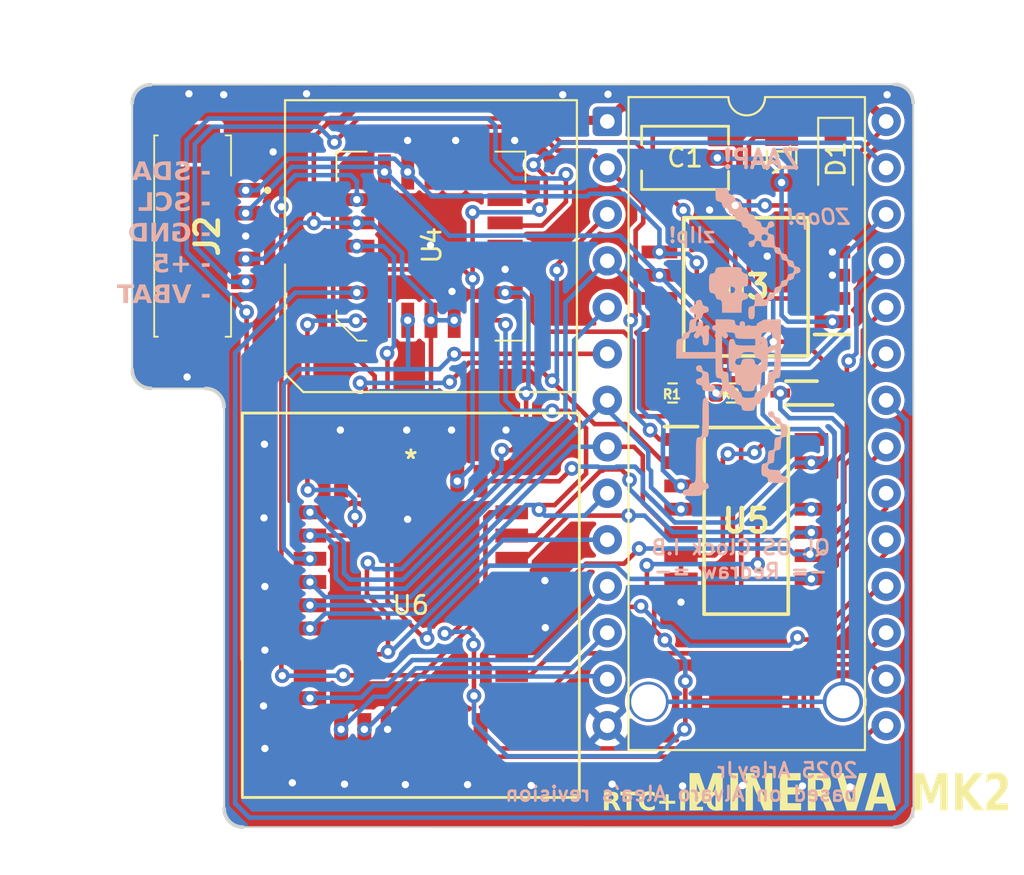
<source format=kicad_pcb>
(kicad_pcb (version 20241229) (generator "pcbnew") (generator_version "9.0")
  (title_block (title "Minerva MK II Reimagined") (date "2024-01-26") (rev "0.0") (company "Alvaro Alea Fernandez"))
  (layers (0 "F.Cu" signal) (2 "B.Cu" signal) (13 "F.Paste" user) (15 "B.Paste" user) (5 "F.SilkS" user "F.Silkscreen") (7 "B.SilkS" user "B.Silkscreen") (1 "F.Mask" user) (3 "B.Mask" user) (25 "Edge.Cuts" user))
  (net 0 "")
  (net 1 "GND")
  (net 2 "/SCL")
  (net 3 "/SDA")
  (net 4 "/D0")
  (net 5 "/D1")
  (net 6 "/D2")
  (net 7 "/D3")
  (net 8 "/D4")
  (net 9 "/D5")
  (net 10 "/D6")
  (net 11 "/D7")
  (net 12 "/QL_ROMOE")
  (net 13 "Net-(U3-OSCI)")
  (net 15 "/IC_ROMOE")
  (net 18 "Net-(U3-OSCO)")
  (net 20 "/DECODE")
  (net 22 "/A15")
  (net 23 "/A12")
  (net 24 "/A7")
  (net 25 "/A6")
  (net 26 "/A5")
  (net 27 "/A4")
  (net 28 "/A3")
  (net 29 "/A2")
  (net 30 "/A1")
  (net 31 "/A0")
  (net 32 "/A10")
  (net 33 "/A11")
  (net 34 "/A9")
  (net 35 "/A8")
  (net 36 "/A13")
  (net 37 "/A14")
  (net 38 "/K")
  (net 39 "+5V")
  (net 44 "Net-(D2-A)")
  (footprint "Resistor_SMD:R_0603_1608Metric" (layer "F.Cu") (at 86.175 79.675 180)
    (property "Reference" "R1")
    (property "Value" "2K2")
  )
  (footprint "Package_DIP:DIP-28_W15.24mm" (layer "F.Cu") (at 82.61 64.835)
    (property "Reference" "U1" (hide yes))
    (property "Value" "Socket to QL" (hide yes))
  )
  (footprint "My Footprint Library:PicoBlade_53261" (layer "F.Cu") (at 62.050001 71.1 -90)
    (property "Reference" "J2")
    (property "Value" "Conn_01x05_Pin" (hide yes))
  )
  (footprint "My Footprint Library:CONN_PLCC-32-AT-SMT_ADM" (layer "F.Cu") (at 71.875 91.275)
    (property "Reference" "U6")
    (property "Value" "27C512PLCC" (hide yes))
  )
  (footprint "My Footprint Library:CR927Holder" (layer "F.Cu") (at 90.175 96.55)
    (property "Reference" "J1" (hide yes))
    (property "Value" "Conn_01x02_Pin")
  )
  (footprint "Diode_SMD:Nexperia_CFP3_SOD-123W" (layer "F.Cu") (at 95.085 66.9 -90)
    (property "Reference" "D1")
    (property "Value" "BAT42")
  )
  (footprint "Package_LCC:PLCC-20_SMD-Socket" (layer "F.Cu") (at 72.975 71.65 90)
    (property "Reference" "U4")
    (property "Value" "GAL16V8")
  )
  (footprint "My Footprint Library:SN74ALS133NSR" (layer "F.Cu") (at 90.2 86.66)
    (property "Reference" "U5")
    (property "Value" "74LS133" (hide yes))
  )
  (footprint "My Footprint Library:XTAL_FC-135_32.7680KA-A0" (layer "F.Cu") (at 92.135 66.925 90)
    (property "Reference" "Y1")
    (property "Value" "32.768 kHz")
  )
  (footprint "My Footprint Library:PCF8583T" (layer "F.Cu") (at 90.185 73.875 180)
    (property "Reference" "U3")
    (property "Value" "PCF8583P" (hide yes))
  )
  (footprint "Resistor_SMD:R_0603_1608Metric" (layer "F.Cu") (at 89.375 79.675 180)
    (property "Reference" "R2")
    (property "Value" "2K2")
  )
  (footprint "My Footprint Library:TZC3_MUR" (layer "F.Cu") (at 86.86 66.825)
    (property "Reference" "C1")
    (property "Value" "30p Variable")
  )
  (footprint "My Footprint Library:BAT42WS" (layer "F.Cu") (at 93.22475 79.675 180)
    (property "Reference" "D2" (hide yes))
    (property "Value" "BAT42" (hide yes))
  )
  (footprint "LOGO" (layer "B.Cu") (at 89.596127 76.721127 180)
    (property "Reference" "G***")
    (property "Value" "LOGO" (hide yes))
  )
  (gr_line (start 57.666 62.82742) (end 98.309 62.809) (stroke (width 0.1)) (layer "Edge.Cuts"))
  (gr_arc (start 62.69342 103.39758) (mid 61.975 103.1) (end 61.67742 102.38158) (stroke (width 0.2)) (layer "Edge.Cuts"))
  (gr_arc (start 60.65658 79.42742) (mid 61.375006 79.724994) (end 61.67258 80.44342) (stroke (width 0.2)) (layer "Edge.Cuts"))
  (gr_arc (start 56.65 63.84342) (mid 56.94758 63.125) (end 57.666 62.82742) (stroke (width 0.2)) (layer "Edge.Cuts"))
  (gr_arc (start 98.309 62.809) (mid 99.02742 63.10658) (end 99.325 63.825) (stroke (width 0.2)) (layer "Edge.Cuts"))
  (gr_line (start 57.28682 79.42258) (end 60.65 79.42742) (stroke (width 0.1)) (layer "Edge.Cuts"))
  (gr_arc (start 99.32258 102.38158) (mid 99.025 103.1) (end 98.30658 103.39758) (stroke (width 0.2)) (layer "Edge.Cuts"))
  (gr_line (start 56.65 78.40658) (end 56.65 63.875) (stroke (width 0.1)) (layer "Edge.Cuts"))
  (gr_line (start 61.675 80.45) (end 61.677367 102.38816) (stroke (width 0.1)) (layer "Edge.Cuts"))
  (gr_line (start 99.325 63.825) (end 99.34 102.85658) (stroke (width 0.1)) (layer "Edge.Cuts"))
  (gr_arc (start 57.66842 79.42258) (mid 56.95 79.125) (end 56.65242 78.40658) (stroke (width 0.2)) (layer "Edge.Cuts"))
  (gr_line (start 98.30658 103.40329) (end 62.691 103.39671) (stroke (width 0.1)) (layer "Edge.Cuts"))
  (gr_text "RTC+I2C" (at 82.3 102.65 0) (layer "F.SilkS") (effects (font (size 1 1) (thickness 0.25) (bold yes)) (justify left bottom)))
  (gr_text "MINERVA MK2" (at 86.9 102.825 0) (layer "F.SilkS") (effects (font (size 2 1.6) (thickness 0.2) (bold yes) (italic yes)) (justify left bottom)))
  (gr_text "ZAAP!" (at 91.025 66.9 0) (layer "B.SilkS") (effects (font (size 1 1) (thickness 0.2) (bold yes)) (justify mirror)))
  (gr_text "zIIp!" (at 88.598516 71.525 0) (layer "B.SilkS") (effects (font (size 0.8 0.8)) (justify left bottom mirror)))
  (gr_text "QL OS Clock I.B\n-= Redraw =-" (at 89.9 89.875 0) (layer "B.SilkS") (effects (font (size 0.8 0.8)) (justify bottom mirror)))
  (gr_text "2025 ArleyJr\nbased on Alvaro Alea's revision" (at 96.375 102.05 0) (layer "B.SilkS") (effects (font (size 0.8 0.8)) (justify left bottom mirror)))
  (gr_text "ZOop!" (at 96 70.525 0) (layer "B.SilkS") (effects (font (size 0.8 0.8) (thickness 0.15) (italic yes)) (justify left bottom mirror)))
  (gr_text "- SDA\n- SCL\n- GND\n- +5\n- VBAT" (at 60.96 74.93 0) (layer "B.SilkS") (effects (font (size 1 1) (thickness 0.12) (bold yes)) (justify left bottom mirror)))
  (segment (start 74.1 81.7) (end 77.075 81.7) (width 0.25) (layer "F.Cu") (net 1))
  (segment (start 61.65 63.8) (end 64.35 66.5) (width 0.25) (layer "F.Cu") (net 1))
  (segment (start 61.65 63.375) (end 61.65 63.8) (width 0.25) (layer "F.Cu") (net 1))
  (via (at 79.225 92.5) (size 0.8) (drill 0.4) (layers "F.Cu" "B.Cu") (net 1))
  (via (at 68.025 81.7) (size 0.8) (drill 0.4) (layers "F.Cu" "B.Cu") (net 1))
  (via (at 77.55 65.875) (size 0.8) (drill 0.4) (layers "F.Cu" "B.Cu") (net 1))
  (via (at 77.0275 72.92) (size 0.8) (drill 0.4) (layers "F.Cu" "B.Cu") (net 1))
  (via (at 74.125 74.125) (size 0.8) (drill 0.4) (layers "F.Cu" "B.Cu") (net 1))
  (via (at 74.1 81.7) (size 0.8) (drill 0.4) (layers "F.Cu" "B.Cu") (net 1))
  (via (at 94.91 73.24) (size 0.8) (drill 0.4) (layers "F.Cu" "B.Cu") (net 1))
  (via (at 86.638 91.105) (size 0.8) (drill 0.4) (layers "F.Cu" "B.Cu") (net 1))
  (via (at 95.875 101.2) (size 0.8) (drill 0.4) (layers "F.Cu" "B.Cu") (net 1))
  (via (at 71.7 86.575) (size 0.8) (drill 0.4) (layers "F.Cu" "B.Cu") (net 1))
  (via (at 65.4 100.975) (size 0.8) (drill 0.4) (layers "F.Cu" "B.Cu") (net 1))
  (via (at 63.825 96.775) (size 0.8) (drill 0.4) (layers "F.Cu" "B.Cu") (net 1))
  (via (at 74.975 101.075) (size 0.8) (drill 0.4) (layers "F.Cu" "B.Cu") (net 1))
  (via (at 78.45 101.125) (size 0.8) (drill 0.4) (layers "F.Cu" "B.Cu") (net 1))
  (via (at 79.2 89.925) (size 0.8) (drill 0.4) (layers "F.Cu" "B.Cu") (net 1))
  (via (at 63.9 90.25) (size 0.8) (drill 0.4) (layers "F.Cu" "B.Cu") (net 1))
  (via (at 72.95 71.6) (size 0.8) (drill 0.4) (layers "F.Cu" "B.Cu") (net 1))
  (via (at 66.175 63.325) (size 0.8) (drill 0.4) (layers "F.Cu" "B.Cu") (net 1))
  (via (at 91.35 72.2) (size 0.8) (drill 0.4) (layers "F.Cu" "B.Cu") (net 1))
  (via (at 80.175 63.375) (size 0.8) (drill 0.4) (layers "F.Cu" "B.Cu") (net 1))
  (via (at 62.85 71.1) (size 0.8) (drill 0.4) (layers "F.Cu" "B.Cu") (net 1))
  (via (at 71.65 81.7) (size 0.8) (drill 0.4) (layers "F.Cu" "B.Cu") (net 1))
  (via (at 61.65 63.375) (size 0.8) (drill 0.4) (layers "F.Cu" "B.Cu") (net 1))
  (via (at 82.875 101.05) (size 0.8) (drill 0.4) (layers "F.Cu" "B.Cu") (net 1))
  (via (at 63.85 86.5) (size 0.8) (drill 0.4) (layers "F.Cu" "B.Cu") (net 1))
  (via (at 68.25 101.05) (size 0.8) (drill 0.4) (layers "F.Cu" "B.Cu") (net 1))
  (via (at 63.9 93.725) (size 0.8) (drill 0.4) (layers "F.Cu" "B.Cu") (net 1))
  (via (at 63.9 99.1) (size 0.8) (drill 0.4) (layers "F.Cu" "B.Cu") (net 1))
  (via (at 71.575 101.075) (size 0.8) (drill 0.4) (layers "F.Cu" "B.Cu") (net 1))
  (via (at 71.7 65.875) (size 0.8) (drill 0.4) (layers "F.Cu" "B.Cu") (net 1))
  (via (at 93.275 101.15) (size 0.8) (drill 0.4) (layers "F.Cu" "B.Cu") (net 1))
  (via (at 90 101.125) (size 0.8) (drill 0.4) (layers "F.Cu" "B.Cu") (net 1))
  (via (at 70.605 98.0568) (size 0.8) (drill 0.4) (layers "F.Cu" "B.Cu") (net 1))
  (via (at 88.2 69.675) (size 0.8) (drill 0.4) (layers "F.Cu" "B.Cu") (net 1))
  (via (at 94.91 71.97) (size 0.8) (drill 0.4) (layers "F.Cu" "B.Cu") (net 1))
  (via (at 74.325 65.875) (size 0.8) (drill 0.4) (layers "F.Cu" "B.Cu") (net 1))
  (via (at 64.35 66.5) (size 0.8) (drill 0.4) (layers "F.Cu" "B.Cu") (net 1))
  (via (at 59.75 63.325) (size 0.8) (drill 0.4) (layers "F.Cu" "B.Cu") (net 1))
  (via (at 82.65 63.35) (size 0.8) (drill 0.4) (layers "F.Cu" "B.Cu") (net 1))
  (via (at 86.725 101.15) (size 0.8) (drill 0.4) (layers "F.Cu" "B.Cu") (net 1))
  (via (at 77.075 81.7) (size 0.8) (drill 0.4) (layers "F.Cu" "B.Cu") (net 1))
  (via (at 97.9 63.375) (size 0.8) (drill 0.4) (layers "F.Cu" "B.Cu") (net 1))
  (via (at 59.65 78.8) (size 0.8) (drill 0.4) (layers "F.Cu" "B.Cu") (net 1))
  (via (at 63.875 82.475) (size 0.8) (drill 0.4) (layers "F.Cu" "B.Cu") (net 1))
  (segment (start 68.025 81.7) (end 71.65 81.7) (width 0.25) (layer "B.Cu") (net 1))
  (segment (start 71.7 81.75) (end 71.65 81.7) (width 0.25) (layer "B.Cu") (net 1))
  (segment (start 79.225 92.5) (end 79.225 89.95) (width 0.25) (layer "B.Cu") (net 1))
  (segment (start 74.125 72.775) (end 74.125 74.125) (width 0.25) (layer "B.Cu") (net 1))
  (segment (start 77.675 65.875) (end 77.55 65.875) (width 0.25) (layer "B.Cu") (net 1))
  (segment (start 79.225 89.95) (end 79.2 89.925) (width 0.25) (layer "B.Cu") (net 1))
  (segment (start 80.175 63.375) (end 77.675 65.875) (width 0.25) (layer "B.Cu") (net 1))
  (segment (start 74.1 81.7) (end 71.65 81.7) (width 0.25) (layer "B.Cu") (net 1))
  (segment (start 88.2 70.3) (end 88.2 69.675) (width 0.25) (layer "B.Cu") (net 1))
  (segment (start 90.1 72.2) (end 88.2 70.3) (width 0.25) (layer "B.Cu") (net 1))
  (segment (start 72.95 71.6) (end 74.125 72.775) (width 0.25) (layer "B.Cu") (net 1))
  (segment (start 91.35 72.2) (end 90.1 72.2) (width 0.25) (layer "B.Cu") (net 1))
  (segment (start 71.7 86.575) (end 71.7 81.75) (width 0.25) (layer "B.Cu") (net 1))
  (via (at 70.435 67.5975) (size 0.8) (drill 0.4) (layers "F.Cu" "B.Cu") (net 2))
  (via (at 62.850001 69.85) (size 0.8) (drill 0.4) (layers "F.Cu" "B.Cu") (net 2))
  (via (at 85.46 73.24) (size 0.8) (drill 0.4) (layers "F.Cu" "B.Cu") (net 2))
  (via (at 88.55 79.675) (size 0.8) (drill 0.4) (layers "F.Cu" "B.Cu") (net 2))
  (segment (start 89.275 77.055) (end 85.46 73.24) (width 0.25) (layer "B.Cu") (net 2))
  (segment (start 83.295 71.075) (end 85.46 73.24) (width 0.25) (layer "B.Cu") (net 2))
  (segment (start 70.4975 67.5975) (end 73.975 71.075) (width 0.25) (layer "B.Cu") (net 2))
  (segment (start 65.377501 67.3225) (end 70.16 67.3225) (width 0.25) (layer "B.Cu") (net 2))
  (segment (start 89.275 79.175) (end 89.275 77.055) (width 0.25) (layer "B.Cu") (net 2))
  (segment (start 88.55 79.675) (end 88.775 79.675) (width 0.25) (layer "B.Cu") (net 2))
  (segment (start 62.850001 69.85) (end 65.377501 67.3225) (width 0.25) (layer "B.Cu") (net 2))
  (segment (start 73.975 71.075) (end 83.295 71.075) (width 0.25) (layer "B.Cu") (net 2))
  (segment (start 70.16 67.3225) (end 70.435 67.5975) (width 0.25) (layer "B.Cu") (net 2))
  (segment (start 70.435 67.5975) (end 70.4975 67.5975) (width 0.25) (layer "B.Cu") (net 2))
  (segment (start 88.775 79.675) (end 89.275 79.175) (width 0.25) (layer "B.Cu") (net 2))
  (segment (start 87.5 76.1) (end 87.5 72.55) (width 0.25) (layer "F.Cu") (net 3))
  (segment (start 85.35 79.675) (end 85.35 78.25) (width 0.25) (layer "F.Cu") (net 3))
  (segment (start 85.35 78.25) (end 87.5 76.1) (width 0.25) (layer "F.Cu") (net 3))
  (via (at 71.705 67.5975) (size 0.8) (drill 0.4) (layers "F.Cu" "B.Cu") (net 3))
  (via (at 85.46 71.97) (size 0.8) (drill 0.4) (layers "F.Cu" "B.Cu") (net 3))
  (via (at 87.5 72.55) (size 0.8) (drill 0.4) (layers "F.Cu" "B.Cu") (net 3))
  (via (at 62.85 68.6) (size 0.8) (drill 0.4) (layers "F.Cu" "B.Cu") (net 3))
  (segment (start 69.97319 66.8715) (end 70.13428 66.8715) (width 0.25) (layer "B.Cu") (net 3))
  (segment (start 70.73572 66.8715) (end 70.979 66.8715) (width 0.25) (layer "B.Cu") (net 3))
  (segment (start 87.5 72.55) (end 87.025 72.075) (width 0.25) (layer "B.Cu") (net 3))
  (segment (start 81.661 68.789) (end 81.525 68.925) (width 0.25) (layer "B.Cu") (net 3))
  (segment (start 70.979 66.8715) (end 71.705 67.5975) (width 0.25) (layer "B.Cu") (net 3))
  (segment (start 87.025 72.075) (end 85.565 72.075) (width 0.25) (layer "B.Cu") (net 3))
  (segment (start 85.46 70.735) (end 83.514 68.789) (width 0.25) (layer "B.Cu") (net 3))
  (segment (start 70.13428 66.8715) (end 70.34681 66.8715) (width 0.25) (layer "B.Cu") (net 3))
  (segment (start 83.514 68.789) (end 81.661 68.789) (width 0.25) (layer "B.Cu") (net 3))
  (segment (start 73.0325 68.925) (end 71.705 67.5975) (width 0.25) (layer "B.Cu") (net 3))
  (segment (start 62.85 68.6) (end 63.462191 68.6) (width 0.25) (layer "B.Cu") (net 3))
  (segment (start 65.3035 66.8715) (end 65.564311 66.8715) (width 0.25) (layer "B.Cu") (net 3))
  (segment (start 85.46 71.97) (end 85.46 70.735) (width 0.25) (layer "B.Cu") (net 3))
  (segment (start 70.34681 66.8715) (end 70.73572 66.8715) (width 0.25) (layer "B.Cu") (net 3))
  (segment (start 81.525 68.925) (end 73.0325 68.925) (width 0.25) (layer "B.Cu") (net 3))
  (segment (start 65.564311 66.8715) (end 69.97319 66.8715) (width 0.25) (layer "B.Cu") (net 3))
  (segment (start 65.190691 66.8715) (end 65.3035 66.8715) (width 0.25) (layer "B.Cu") (net 3))
  (segment (start 85.565 72.075) (end 85.46 71.97) (width 0.25) (layer "B.Cu") (net 3))
  (segment (start 64.926501 67.13569) (end 65.190691 66.8715) (width 0.25) (layer "B.Cu") (net 3))
  (segment (start 63.462191 68.6) (end 64.926501 67.13569) (width 0.25) (layer "B.Cu") (net 3))
  (segment (start 77.1735 70.526) (end 77.0275 70.38) (width 0.25) (layer "F.Cu") (net 4))
  (segment (start 62.9 94.20172) (end 62.9 75.25) (width 0.25) (layer "F.Cu") (net 4))
  (segment (start 80.35 67.725) (end 80.35 69.22672) (width 0.25) (layer "F.Cu") (net 4))
  (segment (start 65.05328 96.355) (end 62.9 94.20172) (width 0.25) (layer "F.Cu") (net 4))
  (segment (start 79.05072 70.526) (end 77.1735 70.526) (width 0.25) (layer "F.Cu") (net 4))
  (segment (start 80.35 69.22672) (end 79.05072 70.526) (width 0.25) (layer "F.Cu") (net 4))
  (segment (start 66.3632 96.355) (end 65.05328 96.355) (width 0.25) (layer "F.Cu") (net 4))
  (via (at 80.35 67.725) (size 0.8) (drill 0.4) (layers "F.Cu" "B.Cu") (net 4))
  (via (at 62.9 75.25) (size 0.8) (drill 0.4) (layers "F.Cu" "B.Cu") (net 4))
  (via (at 66.3632 96.355) (size 0.8) (drill 0.4) (layers "F.Cu" "B.Cu") (net 4))
  (segment (start 76.5 65.075) (end 76.5 66.95) (width 0.25) (layer "B.Cu") (net 4))
  (segment (start 80.125 67.95) (end 80.35 67.725) (width 0.25) (layer "B.Cu") (net 4))
  (segment (start 60.825 64.675) (end 76.1 64.675) (width 0.25) (layer "B.Cu") (net 4))
  (segment (start 66.3632 96.355) (end 66.3932 96.325) (width 0.25) (layer "B.Cu") (net 4))
  (segment (start 82.59 90.235) (end 82.61 90.235) (width 0.25) (layer "B.Cu") (net 4))
  (segment (start 59.625 66.725) (end 59.625 65.875) (width 0.25) (layer "B.Cu") (net 4))
  (segment (start 66.3932 96.325) (end 69.15899 96.325) (width 0.25) (layer "B.Cu") (net 4))
  (segment (start 78.559 94.266) (end 82.59 90.235) (width 0.25) (layer "B.Cu") (net 4))
  (segment (start 69.835095 95.648895) (end 70.575485 95.648895) (width 0.25) (layer "B.Cu") (net 4))
  (segment (start 69.15899 96.325) (end 69.835095 95.648895) (width 0.25) (layer "B.Cu") (net 4))
  (segment (start 62.9 75.25) (end 59.625 71.975) (width 0.25) (layer "B.Cu") (net 4))
  (segment (start 71.95838 94.266) (end 78.559 94.266) (width 0.25) (layer "B.Cu") (net 4))
  (segment (start 59.625 71.975) (end 59.625 66.525) (width 0.25) (layer "B.Cu") (net 4))
  (segment (start 59.625 65.875) (end 60.825 64.675) (width 0.25) (layer "B.Cu") (net 4))
  (segment (start 77.5 67.95) (end 80.125 67.95) (width 0.25) (layer "B.Cu") (net 4))
  (segment (start 76.5 66.95) (end 77.5 67.95) (width 0.25) (layer "B.Cu") (net 4))
  (segment (start 70.575485 95.648895) (end 71.95838 94.266) (width 0.25) (layer "B.Cu") (net 4))
  (segment (start 76.1 64.675) (end 76.5 65.075) (width 0.25) (layer "B.Cu") (net 4))
  (via (at 68.065 98.0568) (size 0.8) (drill 0.4) (layers "F.Cu" "B.Cu") (net 5))
  (segment (start 71.881 94.98119) (end 72.14519 94.717) (width 0.25) (layer "B.Cu") (net 5))
  (segment (start 70.58719 96.275) (end 71.881 94.98119) (width 0.25) (layer "B.Cu") (net 5))
  (segment (start 69.8468 96.275) (end 70.58719 96.275) (width 0.25) (layer "B.Cu") (net 5))
  (segment (start 72.51881 94.717) (end 72.883 94.717) (width 0.25) (layer "B.Cu") (net 5))
  (segment (start 68.065 98.0568) (end 69.8468 96.275) (width 0.25) (layer "B.Cu") (net 5))
  (segment (start 72.883 94.717) (end 80.668 94.717) (width 0.25) (layer "B.Cu") (net 5))
  (segment (start 80.668 94.717) (end 80.686 94.699) (width 0.25) (layer "B.Cu") (net 5))
  (segment (start 80.686 94.699) (end 82.61 92.775) (width 0.25) (layer "B.Cu") (net 5))
  (segment (start 72.14519 94.717) (end 72.51881 94.717) (width 0.25) (layer "B.Cu") (net 5))
  (via (at 69.335 98.0568) (size 0.8) (drill 0.4) (layers "F.Cu" "B.Cu") (net 6))
  (segment (start 82.445 95.15) (end 82.61 95.315) (width 0.25) (layer "B.Cu") (net 6))
  (segment (start 72.332 95.168) (end 80.85481 95.168) (width 0.25) (layer "B.Cu") (net 6))
  (segment (start 69.4432 98.0568) (end 72.332 95.168) (width 0.25) (layer "B.Cu") (net 6))
  (segment (start 80.87281 95.15) (end 82.445 95.15) (width 0.25) (layer "B.Cu") (net 6))
  (segment (start 80.85481 95.168) (end 80.87281 95.15) (width 0.25) (layer "B.Cu") (net 6))
  (segment (start 69.335 98.0568) (end 69.4432 98.0568) (width 0.25) (layer "B.Cu") (net 6))
  (segment (start 74.604 100.001) (end 95.199 100.001) (width 0.25) (layer "F.Cu") (net 7))
  (segment (start 95.199 100.001) (end 97.345 97.855) (width 0.25) (layer "F.Cu") (net 7))
  (segment (start 73.145 98.0568) (end 73.145 98.92) (width 0.25) (layer "F.Cu") (net 7))
  (segment (start 97.345 97.855) (end 97.85 97.855) (width 0.25) (layer "F.Cu") (net 7))
  (segment (start 74.60181 100.00319) (end 74.604 100.001) (width 0.25) (layer "F.Cu") (net 7))
  (segment (start 74.22819 100.00319) (end 74.60181 100.00319) (width 0.25) (layer "F.Cu") (net 7))
  (segment (start 73.145 98.92) (end 74.22819 100.00319) (width 0.25) (layer "F.Cu") (net 7))
  (segment (start 93.476 98.624) (end 93.8 98.3) (width 0.25) (layer "F.Cu") (net 8))
  (segment (start 93.476 98.63681) (end 93.476 98.624) (width 0.25) (layer "F.Cu") (net 8))
  (segment (start 74.415 98.0568) (end 74.415 99.17419) (width 0.25) (layer "F.Cu") (net 8))
  (segment (start 94.05 94.5) (end 97.035 94.5) (width 0.25) (layer "F.Cu") (net 8))
  (segment (start 92.68081 99.432) (end 93.476 98.63681) (width 0.25) (layer "F.Cu") (net 8))
  (segment (start 97.035 94.5) (end 97.85 95.315) (width 0.25) (layer "F.Cu") (net 8))
  (segment (start 74.79081 99.55) (end 92.55 99.55) (width 0.25) (layer "F.Cu") (net 8))
  (segment (start 93.8 94.75) (end 94.05 94.5) (width 0.25) (layer "F.Cu") (net 8))
  (segment (start 92.55 99.55) (end 92.668 99.432) (width 0.25) (layer "F.Cu") (net 8))
  (segment (start 74.775 99.53419) (end 74.775 99.55) (width 0.25) (layer "F.Cu") (net 8))
  (segment (start 92.668 99.432) (end 92.68081 99.432) (width 0.25) (layer "F.Cu") (net 8))
  (segment (start 74.415 99.17419) (end 74.775 99.53419) (width 0.25) (layer "F.Cu") (net 8))
  (segment (start 93.8 98.3) (end 93.8 94.75) (width 0.25) (layer "F.Cu") (net 8))
  (segment (start 74.775 99.55) (end 74.79081 99.55) (width 0.25) (layer "F.Cu") (net 8))
  (segment (start 93.025 98.43719) (end 93.28919 98.173) (width 0.25) (layer "F.Cu") (net 9))
  (segment (start 93.86319 94.049) (end 94.23681 94.049) (width 0.25) (layer "F.Cu") (net 9))
  (segment (start 92.48119 98.981) (end 92.494 98.981) (width 0.25) (layer "F.Cu") (net 9))
  (segment (start 93.649 94.049) (end 93.86319 94.049) (width 0.25) (layer "F.Cu") (net 9))
  (segment (start 92.36319 99.099) (end 92.48119 98.981) (width 0.25) (layer "F.Cu") (net 9))
  (segment (start 94.23681 94.049) (end 96.576 94.049) (width 0.25) (layer "F.Cu") (net 9))
  (segment (start 75.685 98.0568) (end 76.7272 99.099) (width 0.25) (layer "F.Cu") (net 9))
  (segment (start 93.28919 98.173) (end 93.349 98.11319) (width 0.25) (layer "F.Cu") (net 9))
  (segment (start 76.7272 99.099) (end 92.36319 99.099) (width 0.25) (layer "F.Cu") (net 9))
  (segment (start 93.649 94.076) (end 93.649 94.049) (width 0.25) (layer "F.Cu") (net 9))
  (segment (start 96.576 94.049) (end 97.85 92.775) (width 0.25) (layer "F.Cu") (net 9))
  (segment (start 93.349 94.93681) (end 93.349 94.56319) (width 0.25) (layer "F.Cu") (net 9))
  (segment (start 92.494 98.981) (end 93.025 98.45) (width 0.25) (layer "F.Cu") (net 9))
  (segment (start 93.349 94.56319) (end 93.349 94.376) (width 0.25) (layer "F.Cu") (net 9))
  (segment (start 93.349 94.376) (end 93.649 94.076) (width 0.25) (layer "F.Cu") (net 9))
  (segment (start 93.025 98.45) (end 93.025 98.43719) (width 0.25) (layer "F.Cu") (net 9))
  (segment (start 93.349 98.11319) (end 93.349 94.93681) (width 0.25) (layer "F.Cu") (net 9))
  (segment (start 97.49 90.235) (end 97.85 90.235) (width 0.25) (layer "F.Cu") (net 10))
  (segment (start 93.198 93.86219) (end 93.46219 93.598) (width 0.25) (layer "F.Cu") (net 10))
  (segment (start 94.05 93.598) (end 94.127 93.598) (width 0.25) (layer "F.Cu") (net 10))
  (segment (start 79.02 96.355) (end 81.474 93.901) (width 0.25) (layer "F.Cu") (net 10))
  (segment (start 93.67638 93.598) (end 93.83581 93.598) (width 0.25) (layer "F.Cu") (net 10))
  (segment (start 93.18619 93.901) (end 93.198 93.88919) (width 0.25) (layer "F.Cu") (net 10))
  (segment (start 81.474 93.901) (end 93.18619 93.901) (width 0.25) (layer "F.Cu") (net 10))
  (segment (start 93.198 93.88919) (end 93.198 93.86219) (width 0.25) (layer "F.Cu") (net 10))
  (segment (start 93.46219 93.598) (end 93.67638 93.598) (width 0.25) (layer "F.Cu") (net 10))
  (segment (start 93.83581 93.598) (end 94.05 93.598) (width 0.25) (layer "F.Cu") (net 10))
  (segment (start 94.127 93.598) (end 97.49 90.235) (width 0.25) (layer "F.Cu") (net 10))
  (segment (start 77.3868 96.355) (end 79.02 96.355) (width 0.25) (layer "F.Cu") (net 10))
  (segment (start 93.853 93.147) (end 96.35 90.65) (width 0.25) (layer "F.Cu") (net 11))
  (segment (start 96.35 90.65) (end 96.35 89.925) (width 0.25) (layer "F.Cu") (net 11))
  (segment (start 78.419595 95.085) (end 82.143595 91.361) (width 0.25) (layer "F.Cu") (net 11))
  (segment (start 93.125 93.175) (end 93.24738 93.175) (width 0.25) (layer "F.Cu") (net 11))
  (segment (start 96.35 89.925) (end 97.85 88.425) (width 0.25) (layer "F.Cu") (net 11))
  (segment (start 82.143595 91.361) (end 84.414 91.361) (width 0.25) (layer "F.Cu") (net 11))
  (segment (start 93.27538 93.147) (end 93.853 93.147) (width 0.25) (layer "F.Cu") (net 11))
  (segment (start 93.24738 93.175) (end 93.27538 93.147) (width 0.25) (layer "F.Cu") (net 11))
  (segment (start 84.414 91.361) (end 84.45 91.325) (width 0.25) (layer "F.Cu") (net 11))
  (segment (start 77.3868 95.085) (end 78.419595 95.085) (width 0.25) (layer "F.Cu") (net 11))
  (segment (start 93.002958 93.036991) (end 93.002958 93.052958) (width 0.25) (layer "F.Cu") (net 11))
  (segment (start 93.002958 93.052958) (end 93.125 93.175) (width 0.25) (layer "F.Cu") (net 11))
  (segment (start 97.85 88.425) (end 97.85 87.695) (width 0.25) (layer "F.Cu") (net 11))
  (via (at 84.45 91.325) (size 0.8) (drill 0.4) (layers "F.Cu" "B.Cu") (net 11))
  (via (at 93.002958 93.036991) (size 0.8) (drill 0.4) (layers "F.Cu" "B.Cu") (net 11))
  (segment (start 85.575 92.45) (end 84.45 91.325) (width 0.25) (layer "B.Cu") (net 11))
  (segment (start 93.002958 93.036991) (end 92.564949 93.475) (width 0.25) (layer "B.Cu") (net 11))
  (segment (start 92.564949 93.475) (end 87.07572 93.475) (width 0.25) (layer "B.Cu") (net 11))
  (segment (start 87.07572 93.475) (end 86.05072 92.45) (width 0.25) (layer "B.Cu") (net 11))
  (segment (start 86.05072 92.45) (end 85.575 92.45) (width 0.25) (layer "B.Cu") (net 11))
  (via (at 68.9225 74.19) (size 0.8) (drill 0.4) (layers "F.Cu" "B.Cu") (net 12))
  (segment (start 62.275 102.1) (end 63.05 102.875) (width 0.25) (layer "B.Cu") (net 12))
  (segment (start 68.9225 74.19) (end 65.56 74.19) (width 0.25) (layer "B.Cu") (net 12))
  (segment (start 98.275 102.875) (end 98.976 102.174) (width 0.25) (layer "B.Cu") (net 12))
  (segment (start 62.275 77.475) (end 62.275 102.1) (width 0.25) (layer "B.Cu") (net 12))
  (segment (start 63.05 102.875) (end 98.275 102.875) (width 0.25) (layer "B.Cu") (net 12))
  (segment (start 65.56 74.19) (end 62.275 77.475) (width 0.25) (layer "B.Cu") (net 12))
  (segment (start 98.976 102.174) (end 98.976 81.201) (width 0.25) (layer "B.Cu") (net 12))
  (segment (start 98.976 81.201) (end 97.85 80.075) (width 0.25) (layer "B.Cu") (net 12))
  (via (at 94.91 75.78) (size 0.8) (drill 0.4) (layers "F.Cu" "B.Cu") (net 13))
  (via (at 92.135 68.174999) (size 0.8) (drill 0.4) (layers "F.Cu" "B.Cu") (net 13))
  (via (at 88.6253 66.825) (size 0.8) (drill 0.4) (layers "F.Cu" "B.Cu") (net 13))
  (segment (start 91.6 66.875) (end 88.6753 66.875) (width 0.25) (layer "B.Cu") (net 13))
  (segment (start 94.91 75.78) (end 92.48 75.78) (width 0.25) (layer "B.Cu") (net 13))
  (segment (start 92.48 75.78) (end 92.135 75.435) (width 0.25) (layer "B.Cu") (net 13))
  (segment (start 92.135 75.435) (end 92.135 68.174999) (width 0.25) (layer "B.Cu") (net 13))
  (segment (start 88.6753 66.875) (end 88.6253 66.825) (width 0.25) (layer "B.Cu") (net 13))
  (segment (start 92.135 68.174999) (end 92.135 67.41) (width 0.25) (layer "B.Cu") (net 13))
  (segment (start 92.135 67.41) (end 91.6 66.875) (width 0.25) (layer "B.Cu") (net 13))
  (segment (start 64.8 69.5) (end 64.8 95.075) (width 0.25) (layer "F.Cu") (net 15))
  (segment (start 76.3 91.275) (end 72.475 95.1) (width 0.25) (layer "F.Cu") (net 15))
  (segment (start 64.85 95.125) (end 64.85 95.1) (width 0.25) (layer "F.Cu") (net 15))
  (segment (start 72.475 95.1) (end 68.175 95.1) (width 0.25) (layer "F.Cu") (net 15))
  (segment (start 64.8 95.075) (end 64.85 95.125) (width 0.25) (layer "F.Cu") (net 15))
  (segment (start 77.3868 91.275) (end 76.3 91.275) (width 0.25) (layer "F.Cu") (net 15))
  (via (at 68.175 95.1) (size 0.8) (drill 0.4) (layers "F.Cu" "B.Cu") (net 15))
  (via (at 64.85 95.125) (size 0.8) (drill 0.4) (layers "F.Cu" "B.Cu") (net 15))
  (via (at 68.9225 69.11) (size 0.8) (drill 0.4) (layers "F.Cu" "B.Cu") (net 15))
  (via (at 64.8 69.5) (size 0.8) (drill 0.4) (layers "F.Cu" "B.Cu") (net 15))
  (segment (start 68.5985 67.7735) (end 65.564311 67.7735) (width 0.25) (layer "B.Cu") (net 15))
  (segment (start 68.9225 69.11) (end 68.9225 68.0975) (width 0.25) (layer "B.Cu") (net 15))
  (segment (start 68.15 95.125) (end 64.875 95.125) (width 0.25) (layer "B.Cu") (net 15))
  (segment (start 65.564311 67.7735) (end 64.8 68.537811) (width 0.25) (layer "B.Cu") (net 15))
  (segment (start 64.875 95.125) (end 64.85 95.1) (width 0.25) (layer "B.Cu") (net 15))
  (segment (start 64.8 68.537811) (end 64.8 69.5) (width 0.25) (layer "B.Cu") (net 15))
  (segment (start 68.9225 68.0975) (end 68.5985 67.7735) (width 0.25) (layer "B.Cu") (net 15))
  (segment (start 68.175 95.1) (end 68.15 95.125) (width 0.25) (layer "B.Cu") (net 15))
  (segment (start 90.35 73.875) (end 90.35 66) (width 0.25) (layer "F.Cu") (net 18))
  (segment (start 90.674999 65.675001) (end 92.135 65.675001) (width 0.25) (layer "F.Cu") (net 18))
  (segment (start 90.35 66) (end 90.674999 65.675001) (width 0.25) (layer "F.Cu") (net 18))
  (segment (start 94.91 74.51) (end 90.985 74.51) (width 0.25) (layer "F.Cu") (net 18))
  (segment (start 90.985 74.51) (end 90.35 73.875) (width 0.25) (layer "F.Cu") (net 18))
  (segment (start 90.33 91.105) (end 89.925 90.7) (width 0.25) (layer "F.Cu") (net 20))
  (segment (start 89.175 80.95) (end 84.225 80.95) (width 0.25) (layer "F.Cu") (net 20))
  (segment (start 83.5 76.325) (end 79.125 76.325) (width 0.25) (layer "F.Cu") (net 20))
  (segment (start 84.225 80.95) (end 84.0125 80.7375) (width 0.25) (layer "F.Cu") (net 20))
  (segment (start 84.0125 76.8375) (end 83.5 76.325) (width 0.25) (layer "F.Cu") (net 20))
  (segment (start 78.5 71.875) (end 78.275 71.65) (width 0.25) (layer "F.Cu") (net 20))
  (segment (start 84.0125 80.7375) (end 84.0125 76.8375) (width 0.25) (layer "F.Cu") (net 20))
  (segment (start 93.762 91.105) (end 90.33 91.105) (width 0.25) (layer "F.Cu") (net 20))
  (segment (start 78.5 75.7) (end 78.5 71.875) (width 0.25) (layer "F.Cu") (net 20))
  (segment (start 79.125 76.325) (end 78.5 75.7) (width 0.25) (layer "F.Cu") (net 20))
  (segment (start 89.925 81.7) (end 89.175 80.95) (width 0.25) (layer "F.Cu") (net 20))
  (segment (start 78.275 71.65) (end 77.0275 71.65) (width 0.25) (layer "F.Cu") (net 20))
  (segment (start 89.925 90.7) (end 89.925 81.7) (width 0.25) (layer "F.Cu") (net 20))
  (segment (start 93.762 89.835) (end 94.4065 89.835) (width 0.25) (layer "F.Cu") (net 22))
  (segment (start 94.4065 89.835) (end 95.15 89.0915) (width 0.25) (layer "F.Cu") (net 22))
  (segment (start 72.765724 93.088534) (end 72.613534 93.088534) (width 0.25) (layer "F.Cu") (net 22))
  (segment (start 95.15 88.675) (end 97.85 85.975) (width 0.25) (layer "F.Cu") (net 22))
  (segment (start 70.6 77.525) (end 70.575 77.5) (width 0.25) (layer "F.Cu") (net 22))
  (segment (start 70.605 84.4932) (end 70.6 84.4882) (width 0.25) (layer "F.Cu") (net 22))
  (segment (start 70.605 91.08) (end 70.605 84.4932) (width 0.25) (layer "F.Cu") (net 22))
  (segment (start 97.85 85.975) (end 97.85 85.155) (width 0.25) (layer "F.Cu") (net 22))
  (segment (start 95.15 89.0915) (end 95.15 88.675) (width 0.25) (layer "F.Cu") (net 22))
  (segment (start 70.6 84.4882) (end 70.6 77.525) (width 0.25) (layer "F.Cu") (net 22))
  (segment (start 72.613534 93.088534) (end 70.605 91.08) (width 0.25) (layer "F.Cu") (net 22))
  (via (at 93.762 89.835) (size 0.8) (drill 0.4) (layers "F.Cu" "B.Cu") (net 22))
  (via (at 72.765724 93.088534) (size 0.8) (drill 0.4) (layers "F.Cu" "B.Cu") (net 22))
  (via (at 68.9225 71.65) (size 0.8) (drill 0.4) (layers "F.Cu" "B.Cu") (net 22))
  (via (at 70.575 77.5) (size 0.8) (drill 0.4) (layers "F.Cu" "B.Cu") (net 22))
  (segment (start 70.95 72.225) (end 70.375 71.65) (width 0.25) (layer "B.Cu") (net 22))
  (segment (start 83.802405 89.835) (end 83.076405 89.109) (width 0.25) (layer "B.Cu") (net 22))
  (segment (start 72.9 92.36281) (end 72.9 92.954258) (width 0.25) (layer "B.Cu") (net 22))
  (segment (start 70.95 77.125) (end 70.95 72.225) (width 0.25) (layer "B.Cu") (net 22))
  (segment (start 93.762 89.835) (end 83.802405 89.835) (width 0.25) (layer "B.Cu") (net 22))
  (segment (start 76.15381 89.109) (end 72.9 92.36281) (width 0.25) (layer "B.Cu") (net 22))
  (segment (start 72.9 92.954258) (end 72.765724 93.088534) (width 0.25) (layer "B.Cu") (net 22))
  (segment (start 70.375 71.65) (end 68.9225 71.65) (width 0.25) (layer "B.Cu") (net 22))
  (segment (start 83.076405 89.109) (end 76.15381 89.109) (width 0.25) (layer "B.Cu") (net 22))
  (segment (start 70.575 77.5) (end 70.95 77.125) (width 0.25) (layer "B.Cu") (net 22))
  (segment (start 67.634 67.041) (end 67.974 66.701) (width 0.25) (layer "F.Cu") (net 23))
  (segment (start 68.426 66.249) (end 69.549 65.126) (width 0.25) (layer "F.Cu") (net 23))
  (segment (start 86.638 82.215) (end 85.465306 82.215) (width 0.25) (layer "F.Cu") (net 23))
  (segment (start 69.9 83.2782) (end 69.9 78.75) (width 0.25) (layer "F.Cu") (net 23))
  (segment (start 69.549 65.126) (end 78.56319 65.126) (width 0.25) (layer "F.Cu") (net 23))
  (segment (start 85.465306 82.215) (end 84.950153 81.699847) (width 0.25) (layer "F.Cu") (net 23))
  (segment (start 68.426 66.27572) (end 68.426 66.249) (width 0.25) (layer "F.Cu") (net 23))
  (segment (start 84.159 70.791) (end 84.575 70.375) (width 0.25) (layer "F.Cu") (net 23))
  (segment (start 78.56319 65.126) (end 79.599 66.16181) (width 0.25) (layer "F.Cu") (net 23))
  (segment (start 67.634 76.484) (end 67.634 67.041) (width 0.25) (layer "F.Cu") (net 23))
  (segment (start 69.335 84.4932) (end 69.898 83.9302) (width 0.25) (layer "F.Cu") (net 23))
  (segment (start 67.974 66.701) (end 68.00072 66.701) (width 0.25) (layer "F.Cu") (net 23))
  (segment (start 80.23681 66.426) (end 81.661 66.426) (width 0.25) (layer "F.Cu") (net 23))
  (segment (start 68.00072 66.701) (end 68.426 66.27572) (width 0.25) (layer "F.Cu") (net 23))
  (segment (start 69.898 83.9302) (end 69.898 83.2782) (width 0.25) (layer "F.Cu") (net 23))
  (segment (start 84.575 69.34) (end 82.61 67.375) (width 0.25) (layer "F.Cu") (net 23))
  (segment (start 69.898 83.2782) (end 69.9 83.2782) (width 0.25) (layer "F.Cu") (net 23))
  (segment (start 83.885 75.710671) (end 84.159 75.436671) (width 0.25) (layer "F.Cu") (net 23))
  (segment (start 79.86319 66.426) (end 80.23681 66.426) (width 0.25) (layer "F.Cu") (net 23))
  (segment (start 84.159 75.436671) (end 84.159 70.791) (width 0.25) (layer "F.Cu") (net 23))
  (segment (start 81.661 66.426) (end 82.61 67.375) (width 0.25) (layer "F.Cu") (net 23))
  (segment (start 69.9 78.75) (end 67.634 76.484) (width 0.25) (layer "F.Cu") (net 23))
  (segment (start 79.599 66.16181) (end 79.86319 66.426) (width 0.25) (layer "F.Cu") (net 23))
  (segment (start 84.575 70.375) (end 84.575 69.34) (width 0.25) (layer "F.Cu") (net 23))
  (via (at 84.950153 81.699847) (size 0.8) (drill 0.4) (layers "F.Cu" "B.Cu") (net 23))
  (via (at 83.885 75.710671) (size 0.8) (drill 0.4) (layers "F.Cu" "B.Cu") (net 23))
  (segment (start 83.885 80.634694) (end 83.885 75.710671) (width 0.25) (layer "B.Cu") (net 23))
  (segment (start 84.950153 81.699847) (end 83.885 80.634694) (width 0.25) (layer "B.Cu") (net 23))
  (segment (start 68.065 84.4932) (end 68.065 83.76) (width 0.25) (layer "F.Cu") (net 24))
  (segment (start 69.399 79.424) (end 69.1 79.125) (width 0.25) (layer "F.Cu") (net 24))
  (segment (start 79.6 79.05) (end 81.925 81.375) (width 0.25) (layer "F.Cu") (net 24))
  (segment (start 79.85 72.675) (end 82.61 69.915) (width 0.25) (layer "F.Cu") (net 24))
  (segment (start 81.925 81.375) (end 83.6 81.375) (width 0.25) (layer "F.Cu") (net 24))
  (segment (start 79.85 72.975) (end 79.85 72.675) (width 0.25) (layer "F.Cu") (net 24))
  (segment (start 78.575 78.025) (end 75.05 78.025) (width 0.25) (layer "F.Cu") (net 24))
  (segment (start 69.399 82.426) (end 69.399 79.424) (width 0.25) (layer "F.Cu") (net 24))
  (segment (start 79.55 79) (end 78.575 78.025) (width 0.25) (layer "F.Cu") (net 24))
  (segment (start 85.71 83.485) (end 86.638 83.485) (width 0.25) (layer "F.Cu") (net 24))
  (segment (start 79.6 79) (end 79.6 79.05) (width 0.25) (layer "F.Cu") (net 24))
  (segment (start 75.05 78.025) (end 74 79.075) (width 0.25) (layer "F.Cu") (net 24))
  (segment (start 68.065 83.76) (end 69.399 82.426) (width 0.25) (layer "F.Cu") (net 24))
  (segment (start 83.6 81.375) (end 85.71 83.485) (width 0.25) (layer "F.Cu") (net 24))
  (segment (start 79.6 79) (end 79.55 79) (width 0.25) (layer "F.Cu") (net 24))
  (via (at 69.1 79.125) (size 0.8) (drill 0.4) (layers "F.Cu" "B.Cu") (net 24))
  (via (at 74 79.075) (size 0.8) (drill 0.4) (layers "F.Cu" "B.Cu") (net 24))
  (via (at 79.6 79) (size 0.8) (drill 0.4) (layers "F.Cu" "B.Cu") (net 24))
  (via (at 79.85 72.975) (size 0.8) (drill 0.4) (layers "F.Cu" "B.Cu") (net 24))
  (segment (start 79.85 78.75) (end 79.6 79) (width 0.25) (layer "B.Cu") (net 24))
  (segment (start 69.1 79.125) (end 73.95 79.125) (width 0.25) (layer "B.Cu") (net 24))
  (segment (start 73.95 79.125) (end 74 79.075) (width 0.25) (layer "B.Cu") (net 24))
  (segment (start 79.85 72.975) (end 79.85 78.75) (width 0.25) (layer "B.Cu") (net 24))
  (via (at 86.638 84.755) (size 0.8) (drill 0.4) (layers "F.Cu" "B.Cu") (net 25))
  (via (at 66.3632 86.195) (size 0.8) (drill 0.4) (layers "F.Cu" "B.Cu") (net 25))
  (segment (start 67.641 87.27819) (end 67.96181 87.599) (width 0.25) (layer "B.Cu") (net 25))
  (segment (start 80.325 74.74) (end 82.61 72.455) (width 0.25) (layer "B.Cu") (net 25))
  (segment (start 86.505 84.755) (end 85.65 83.9) (width 0.25) (layer "B.Cu") (net 25))
  (segment (start 84.35 75.148951) (end 84.35 74.195) (width 0.25) (layer "B.Cu") (net 25))
  (segment (start 67.37681 87.014) (end 67.641 87.27819) (width 0.25) (layer "B.Cu") (net 25))
  (segment (start 68.226 87.86319) (end 68.226 88.23681) (width 0.25) (layer "B.Cu") (net 25))
  (segment (start 68.575 89.875) (end 71.43719 89.875) (width 0.25) (layer "B.Cu") (net 25))
  (segment (start 71.43719 89.875) (end 80.325 80.98719) (width 0.25) (layer "B.Cu") (net 25))
  (segment (start 85.676153 81.399127) (end 85.250873 80.973847) (width 0.25) (layer "B.Cu") (net 25))
  (segment (start 86.638 84.755) (end 86.505 84.755) (width 0.25) (layer "B.Cu") (net 25))
  (segment (start 84.35 74.195) (end 82.61 72.455) (width 0.25) (layer "B.Cu") (net 25))
  (segment (start 67.96181 87.599) (end 68.125 87.76219) (width 0.25) (layer "B.Cu") (net 25))
  (segment (start 84.861963 80.973847) (end 84.35 80.461884) (width 0.25) (layer "B.Cu") (net 25))
  (segment (start 85.65 82.02672) (end 85.676153 82.000567) (width 0.25) (layer "B.Cu") (net 25))
  (segment (start 68.125 87.76219) (end 68.226 87.86319) (width 0.25) (layer "B.Cu") (net 25))
  (segment (start 85.250873 80.973847) (end 84.861963 80.973847) (width 0.25) (layer "B.Cu") (net 25))
  (segment (start 84.35 80.461884) (end 84.35 76.272391) (width 0.25) (layer "B.Cu") (net 25))
  (segment (start 68.226 89.526) (end 68.575 89.875) (width 0.25) (layer "B.Cu") (net 25))
  (segment (start 84.611 75.409951) (end 84.35 75.148951) (width 0.25) (layer "B.Cu") (net 25))
  (segment (start 80.325 80.98719) (end 80.325 74.74) (width 0.25) (layer "B.Cu") (net 25))
  (segment (start 84.35 76.272391) (end 84.611 76.011391) (width 0.25) (layer "B.Cu") (net 25))
  (segment (start 66.3632 86.195) (end 66.55781 86.195) (width 0.25) (layer "B.Cu") (net 25))
  (segment (start 85.676153 82.000567) (end 85.676153 81.399127) (width 0.25) (layer "B.Cu") (net 25))
  (segment (start 68.226 88.23681) (end 68.226 89.526) (width 0.25) (layer "B.Cu") (net 25))
  (segment (start 66.55781 86.195) (end 67.37681 87.014) (width 0.25) (layer "B.Cu") (net 25))
  (segment (start 85.65 83.9) (end 85.65 82.02672) (width 0.25) (layer "B.Cu") (net 25))
  (segment (start 84.611 76.011391) (end 84.611 75.409951) (width 0.25) (layer "B.Cu") (net 25))
  (segment (start 68.8975 75.7025) (end 68.875 75.725) (width 0.25) (layer "F.Cu") (net 26))
  (segment (start 68.825 87.225) (end 68.585 87.465) (width 0.25) (layer "F.Cu") (net 26))
  (segment (start 68.825 86.425) (end 68.825 87.225) (width 0.25) (layer "F.Cu") (net 26))
  (segment (start 70.435 75.7025) (end 68.8975 75.7025) (width 0.25) (layer "F.Cu") (net 26))
  (segment (start 68.585 87.465) (end 66.3632 87.465) (width 0.25) (layer "F.Cu") (net 26))
  (segment (start 66.225 75.925) (end 66.225 84.95) (width 0.25) (layer "F.Cu") (net 26))
  (segment (start 66.225 84.95) (end 66.25 84.975) (width 0.25) (layer "F.Cu") (net 26))
  (via (at 68.875 75.725) (size 0.8) (drill 0.4) (layers "F.Cu" "B.Cu") (net 26))
  (via (at 66.3632 87.465) (size 0.8) (drill 0.4) (layers "F.Cu" "B.Cu") (net 26))
  (via (at 68.825 86.425) (size 0.8) (drill 0.4) (layers "F.Cu" "B.Cu") (net 26))
  (via (at 66.25 84.975) (size 0.8) (drill 0.4) (layers "F.Cu" "B.Cu") (net 26))
  (via (at 66.225 75.925) (size 0.8) (drill 0.4) (layers "F.Cu" "B.Cu") (net 26))
  (segment (start 66.425 75.725) (end 66.225 75.925) (width 0.25) (layer "B.Cu") (net 26))
  (segment (start 80.8 81.15) (end 80.8 76.805) (width 0.25) (layer "B.Cu") (net 26))
  (segment (start 66.3632 87.465) (end 67.19 87.465) (width 0.25) (layer "B.Cu") (net 26))
  (segment (start 68.825 86.425) (end 68.825 85.5) (width 0.25) (layer "B.Cu") (net 26))
  (segment (start 80.8 76.805) (end 82.61 74.995) (width 0.25) (layer "B.Cu") (net 26))
  (segment (start 68.825 85.5) (end 68.3 84.975) (width 0.25) (layer "B.Cu") (net 26))
  (segment (start 67.775 89.775) (end 68.374 90.374) (width 0.25) (layer "B.Cu") (net 26))
  (segment (start 68.374 90.374) (end 71.576 90.374) (width 0.25) (layer "B.Cu") (net 26))
  (segment (start 68.875 75.725) (end 66.425 75.725) (width 0.25) (layer "B.Cu") (net 26))
  (segment (start 68.3 84.975) (end 66.25 84.975) (width 0.25) (layer "B.Cu") (net 26))
  (segment (start 71.576 90.374) (end 80.8 81.15) (width 0.25) (layer "B.Cu") (net 26))
  (segment (start 67.775 88.05) (end 67.775 89.775) (width 0.25) (layer "B.Cu") (net 26))
  (segment (start 67.19 87.465) (end 67.775 88.05) (width 0.25) (layer "B.Cu") (net 26))
  (segment (start 74.265 77.535) (end 82.61 77.535) (width 0.25) (layer "F.Cu") (net 27))
  (segment (start 74.25 77.55) (end 74.265 77.535) (width 0.25) (layer "F.Cu") (net 27))
  (via (at 74.25 77.55) (size 0.8) (drill 0.4) (layers "F.Cu" "B.Cu") (net 27))
  (via (at 71.705 75.7025) (size 0.8) (drill 0.4) (layers "F.Cu" "B.Cu") (net 27))
  (via (at 66.3632 88.735) (size 0.8) (drill 0.4) (layers "F.Cu" "B.Cu") (net 27))
  (segment (start 66.3632 88.735) (end 65.51 88.735) (width 0.25) (layer "B.Cu") (net 27))
  (segment (start 65.75 78.375) (end 71.725 78.375) (width 0.25) (layer "B.Cu") (net 27))
  (segment (start 64.925 79.2) (end 65.75 78.375) (width 0.25) (layer "B.Cu") (net 27))
  (segment (start 71.725 78.375) (end 71.725 75.7225) (width 0.25) (layer "B.Cu") (net 27))
  (segment (start 65.51 88.735) (end 64.925 88.15) (width 0.25) (layer "B.Cu") (net 27))
  (segment (start 74.25 77.55) (end 73.425 78.375) (width 0.25) (layer "B.Cu") (net 27))
  (segment (start 73.425 78.375) (end 71.725 78.375) (width 0.25) (layer "B.Cu") (net 27))
  (segment (start 71.725 75.7225) (end 71.705 75.7025) (width 0.25) (layer "B.Cu") (net 27))
  (segment (start 64.925 88.15) (end 64.925 79.2) (width 0.25) (layer "B.Cu") (net 27))
  (via (at 86.638 86.025) (size 0.8) (drill 0.4) (layers "F.Cu" "B.Cu") (net 28))
  (via (at 66.3632 90.005) (size 0.8) (drill 0.4) (layers "F.Cu" "B.Cu") (net 28))
  (segment (start 84.85 83.78447) (end 84.85 82.825) (width 0.25) (layer "B.Cu") (net 28))
  (segment (start 84.85 82.825) (end 82.61 80.585) (width 0.25) (layer "B.Cu") (net 28))
  (segment (start 85.003 84.31109) (end 85.003 84.122) (width 0.25) (layer "B.Cu") (net 28))
  (segment (start 71.86 90.825) (end 82.61 80.075) (width 0.25) (layer "B.Cu") (net 28))
  (segment (start 85.003 84.122) (end 85.003 83.93747) (width 0.25) (layer "B.Cu") (net 28))
  (segment (start 85.21043 85.022) (end 85.19762 85.022) (width 0.25) (layer "B.Cu") (net 28))
  (segment (start 85.47462 85.28619) (end 85.21043 85.022) (width 0.25) (layer "B.Cu") (net 28))
  (segment (start 85.003 84.82738) (end 85.003 84.53891) (width 0.25) (layer "B.Cu") (net 28))
  (segment (start 86.21443 86.026) (end 85.47462 85.28619) (width 0.25) (layer "B.Cu") (net 28))
  (segment (start 85.003 84.428) (end 85.003 84.31109) (width 0.25) (layer "B.Cu") (net 28))
  (segment (start 67.1832 90.825) (end 71.86 90.825) (width 0.25) (layer "B.Cu") (net 28))
  (segment (start 85.19762 85.022) (end 85.003 84.82738) (width 0.25) (layer "B.Cu") (net 28))
  (segment (start 82.61 80.585) (end 82.61 80.075) (width 0.25) (layer "B.Cu") (net 28))
  (segment (start 66.3632 90.005) (end 67.1832 90.825) (width 0.25) (layer "B.Cu") (net 28))
  (segment (start 86.637 86.026) (end 86.21443 86.026) (width 0.25) (layer "B.Cu") (net 28))
  (segment (start 85.003 84.53891) (end 85.003 84.428) (width 0.25) (layer "B.Cu") (net 28))
  (segment (start 86.638 86.025) (end 86.637 86.026) (width 0.25) (layer "B.Cu") (net 28))
  (segment (start 85.003 83.93747) (end 84.85 83.78447) (width 0.25) (layer "B.Cu") (net 28))
  (segment (start 84.065 82.615) (end 82.61 82.615) (width 0.25) (layer "F.Cu") (net 29))
  (segment (start 84.551 83.101) (end 84.065 82.615) (width 0.25) (layer "F.Cu") (net 29))
  (segment (start 86.638 87.295) (end 86.17 87.295) (width 0.25) (layer "F.Cu") (net 29))
  (segment (start 84.551 85.676) (end 84.551 83.101) (width 0.25) (layer "F.Cu") (net 29))
  (segment (start 86.17 87.295) (end 84.551 85.676) (width 0.25) (layer "F.Cu") (net 29))
  (via (at 66.3632 91.275) (size 0.8) (drill 0.4) (layers "F.Cu" "B.Cu") (net 29))
  (segment (start 80.70781 82.615) (end 82.61 82.615) (width 0.25) (layer "B.Cu") (net 29))
  (segment (start 66.3632 91.275) (end 72.04781 91.275) (width 0.25) (layer "B.Cu") (net 29))
  (segment (start 72.04781 91.275) (end 80.70781 82.615) (width 0.25) (layer "B.Cu") (net 29))
  (segment (start 75.515 75.7025) (end 76.8275 75.7025) (width 0.25) (layer "F.Cu") (net 30))
  (segment (start 81.45 81.6) (end 80.5 80.65) (width 0.25) (layer "F.Cu") (net 30))
  (segment (start 79.734938 85.799847) (end 81.45 84.084785) (width 0.25) (layer "F.Cu") (net 30))
  (segment (start 81.45 84.084785) (end 81.45 81.6) (width 0.25) (layer "F.Cu") (net 30))
  (segment (start 76.8275 75.7025) (end 77.05 75.925) (width 0.25) (layer "F.Cu") (net 30))
  (segment (start 80.5 80.65) (end 79.6 80.65) (width 0.25) (layer "F.Cu") (net 30))
  (segment (start 79.124848 85.799847) (end 79.734938 85.799847) (width 0.25) (layer "F.Cu") (net 30))
  (segment (start 78.875799 86.048895) (end 79.124848 85.799847) (width 0.25) (layer "F.Cu") (net 30))
  (via (at 79.6 80.65) (size 0.8) (drill 0.4) (layers "F.Cu" "B.Cu") (net 30))
  (via (at 66.3632 92.545) (size 0.8) (drill 0.4) (layers "F.Cu" "B.Cu") (net 30))
  (via (at 78.875799 86.048895) (size 0.8) (drill 0.4) (layers "F.Cu" "B.Cu") (net 30))
  (via (at 77.05 75.925) (size 0.8) (drill 0.4) (layers "F.Cu" "B.Cu") (net 30))
  (segment (start 79.6 80.65) (end 77.625 80.65) (width 0.25) (layer "B.Cu") (net 30))
  (segment (start 78.160773 85.799847) (end 72.23462 91.726) (width 0.25) (layer "B.Cu") (net 30))
  (segment (start 78.626752 85.799847) (end 78.160773 85.799847) (width 0.25) (layer "B.Cu") (net 30))
  (segment (start 78.875799 86.048895) (end 78.626752 85.799847) (width 0.25) (layer "B.Cu") (net 30))
  (segment (start 77.625 80.65) (end 77.05 80.075) (width 0.25) (layer "B.Cu") (net 30))
  (segment (start 67.1822 91.726) (end 66.3632 92.545) (width 0.25) (layer "B.Cu") (net 30))
  (segment (start 81.39 86.375) (end 82.61 85.155) (width 0.25) (layer "B.Cu") (net 30))
  (segment (start 79.201904 86.375) (end 81.39 86.375) (width 0.25) (layer "B.Cu") (net 30))
  (segment (start 77.05 80.075) (end 77.05 75.925) (width 0.25) (layer "B.Cu") (net 30))
  (segment (start 78.875799 86.048895) (end 79.201904 86.375) (width 0.25) (layer "B.Cu") (net 30))
  (segment (start 72.23462 91.726) (end 67.1822 91.726) (width 0.25) (layer "B.Cu") (net 30))
  (segment (start 69.475 89) (end 69.475 90.675) (width 0.25) (layer "F.Cu") (net 31))
  (segment (start 69.525 88.95) (end 69.475 89) (width 0.25) (layer "F.Cu") (net 31))
  (segment (start 69.475 90.675) (end 70.625 91.825) (width 0.25) (layer "F.Cu") (net 31))
  (segment (start 77.375 82.8) (end 78.175 82) (width 0.25) (layer "F.Cu") (net 31))
  (segment (start 70.625 91.825) (end 70.625 93.815) (width 0.25) (layer "F.Cu") (net 31))
  (segment (start 76.85 82.8) (end 77.375 82.8) (width 0.25) (layer "F.Cu") (net 31))
  (segment (start 66.4982 93.95) (end 70.49 93.95) (width 0.25) (layer "F.Cu") (net 31))
  (segment (start 70.49 93.95) (end 70.625 93.815) (width 0.25) (layer "F.Cu") (net 31))
  (segment (start 78.175 82) (end 78.175 79.7) (width 0.25) (layer "F.Cu") (net 31))
  (segment (start 66.3632 93.815) (end 66.4982 93.95) (width 0.25) (layer "F.Cu") (net 31))
  (via (at 78.175 79.7) (size 0.8) (drill 0.4) (layers "F.Cu" "B.Cu") (net 31))
  (via (at 77.0275 74.19) (size 0.8) (drill 0.4) (layers "F.Cu" "B.Cu") (net 31))
  (via (at 69.525 88.95) (size 0.8) (drill 0.4) (layers "F.Cu" "B.Cu") (net 31))
  (via (at 70.625 93.815) (size 0.8) (drill 0.4) (layers "F.Cu" "B.Cu") (net 31))
  (via (at 76.85 82.8) (size 0.8) (drill 0.4) (layers "F.Cu" "B.Cu") (net 31))
  (segment (start 76.85 82.8) (end 76.825 82.825) (width 0.25) (layer "B.Cu") (net 31))
  (segment (start 77.965 74.19) (end 78.3 74.525) (width 0.25) (layer "B.Cu") (net 31))
  (segment (start 76.825 83.84938) (end 71.37438 89.3) (width 0.25) (layer "B.Cu") (net 31))
  (segment (start 70.625 93.815) (end 70.81 93.815) (width 0.25) (layer "B.Cu") (net 31))
  (segment (start 70.81 93.815) (end 76.93 87.695) (width 0.25) (layer "B.Cu") (net 31))
  (segment (start 71.37438 89.3) (end 69.875 89.3) (width 0.25) (layer "B.Cu") (net 31))
  (segment (start 76.825 82.825) (end 76.825 83.84938) (width 0.25) (layer "B.Cu") (net 31))
  (segment (start 78.3 74.525) (end 78.3 79.575) (width 0.25) (layer "B.Cu") (net 31))
  (segment (start 77.0275 74.19) (end 77.965 74.19) (width 0.25) (layer "B.Cu") (net 31))
  (segment (start 76.93 87.695) (end 82.61 87.695) (width 0.25) (layer "B.Cu") (net 31))
  (segment (start 69.875 89.3) (end 69.525 88.95) (width 0.25) (layer "B.Cu") (net 31))
  (segment (start 78.3 79.575) (end 78.175 79.7) (width 0.25) (layer "B.Cu") (net 31))
  (segment (start 81.45 89) (end 77.905 92.545) (width 0.25) (layer "F.Cu") (net 32))
  (segment (start 94.56 88.565) (end 96.46475 86.66025) (width 0.25) (layer "F.Cu") (net 32))
  (segment (start 83.525 89) (end 81.45 89) (width 0.25) (layer "F.Cu") (net 32))
  (segment (start 84.35 88.175) (end 83.525 89) (width 0.25) (layer "F.Cu") (net 32))
  (segment (start 96.46475 84.00025) (end 97.85 82.615) (width 0.25) (layer "F.Cu") (net 32))
  (segment (start 93.99719 88.565) (end 94.56 88.565) (width 0.25) (layer "F.Cu") (net 32))
  (segment (start 77.905 92.545) (end 77.3868 92.545) (width 0.25) (layer "F.Cu") (net 32))
  (segment (start 96.46475 86.66025) (end 96.46475 84.00025) (width 0.25) (layer "F.Cu") (net 32))
  (via (at 84.35 88.175) (size 0.8) (drill 0.4) (layers "F.Cu" "B.Cu") (net 32))
  (via (at 93.685847 88.488847) (size 0.8) (drill 0.4) (layers "F.Cu" "B.Cu") (net 32))
  (segment (start 92.836097 88.488847) (end 92.52225 88.175) (width 0.25) (layer "B.Cu") (net 32))
  (segment (start 84.35 88.175) (end 86.225 88.175) (width 0.25) (layer "B.Cu") (net 32))
  (segment (start 92.52225 88.175) (end 85.9 88.175) (width 0.25) (layer "B.Cu") (net 32))
  (segment (start 93.685847 88.488847) (end 92.836097 88.488847) (width 0.25) (layer "B.Cu") (net 32))
  (segment (start 96.01375 84.18706) (end 96.01375 83.81344) (width 0.25) (layer "F.Cu") (net 33))
  (segment (start 96.27794 83.54925) (end 96.65 83.17719) (width 0.25) (layer "F.Cu") (net 33))
  (segment (start 96.65 83.17719) (end 96.65 78.735) (width 0.25) (layer "F.Cu") (net 33))
  (segment (start 95.105 87.295) (end 96.01375 86.38625) (width 0.25) (layer "F.Cu") (net 33))
  (segment (start 96.01375 86.38625) (end 96.01375 84.18706) (width 0.25) (layer "F.Cu") (net 33))
  (segment (start 80.475 86.375) (end 78.115 88.735) (width 0.25) (layer "F.Cu") (net 33))
  (segment (start 96.01375 83.81344) (end 96.27794 83.54925) (width 0.25) (layer "F.Cu") (net 33))
  (segment (start 93.762 87.295) (end 95.105 87.295) (width 0.25) (layer "F.Cu") (net 33))
  (segment (start 78.115 88.735) (end 77.3868 88.735) (width 0.25) (layer "F.Cu") (net 33))
  (segment (start 83.775 86.375) (end 80.475 86.375) (width 0.25) (layer "F.Cu") (net 33))
  (segment (start 96.65 78.735) (end 97.85 77.535) (width 0.25) (layer "F.Cu") (net 33))
  (via (at 93.762 87.295) (size 0.8) (drill 0.4) (layers "F.Cu" "B.Cu") (net 33))
  (via (at 83.775 86.375) (size 0.8) (drill 0.4) (layers "F.Cu" "B.Cu") (net 33))
  (segment (start 84.65 86.375) (end 83.775 86.375) (width 0.25) (layer "B.Cu") (net 33))
  (segment (start 92.91225 87.295) (end 92.48325 87.724) (width 0.25) (layer "B.Cu") (net 33))
  (segment (start 92.48325 87.724) (end 85.999 87.724) (width 0.25) (layer "B.Cu") (net 33))
  (segment (start 93.762 87.295) (end 92.91225 87.295) (width 0.25) (layer "B.Cu") (net 33))
  (segment (start 85.999 87.724) (end 84.65 86.375) (width 0.25) (layer "B.Cu") (net 33))
  (segment (start 83.826 84.301) (end 83.375 83.85) (width 0.25) (layer "F.Cu") (net 34))
  (segment (start 96.35 78.39719) (end 96.46319 78.284) (width 0.25) (layer "F.Cu") (net 34))
  (segment (start 95.56275 85.63725) (end 95.56275 84.37387) (width 0.25) (layer "F.Cu") (net 34))
  (segment (start 83.375 83.85) (end 82.425 83.85) (width 0.25) (layer "F.Cu") (net 34))
  (segment (start 96.199 78.54819) (end 96.35 78.39719) (width 0.25) (layer "F.Cu") (net 34))
  (segment (start 82.35 83.925) (end 82.247595 83.925) (width 0.25) (layer "F.Cu") (net 34))
  (segment (start 95.56275 84.37387) (end 95.56275 84.00025) (width 0.25) (layer "F.Cu") (net 34))
  (segment (start 95.56275 84.00025) (end 95.56275 83.62663) (width 0.25) (layer "F.Cu") (net 34))
  (segment (start 96.199 82.99038) (end 96.199 78.92181) (width 0.25) (layer "F.Cu") (net 34))
  (segment (start 96.199 78.92181) (end 96.199 78.54819) (width 0.25) (layer "F.Cu") (net 34))
  (segment (start 83.826 84.425) (end 83.826 84.301) (width 0.25) (layer "F.Cu") (net 34))
  (segment (start 78.707595 87.465) (end 77.3868 87.465) (width 0.25) (layer "F.Cu") (net 34))
  (segment (start 96.46319 78.284) (end 96.575 78.17219) (width 0.25) (layer "F.Cu") (net 34))
  (segment (start 96.575 76.27) (end 97.85 74.995) (width 0.25) (layer "F.Cu") (net 34))
  (segment (start 96.09113 83.09825) (end 96.199 82.99038) (width 0.25) (layer "F.Cu") (net 34))
  (segment (start 93.762 86.025) (end 95.175 86.025) (width 0.25) (layer "F.Cu") (net 34))
  (segment (start 95.175 86.025) (end 95.56275 85.63725) (width 0.25) (layer "F.Cu") (net 34))
  (segment (start 82.247595 83.925) (end 78.707595 87.465) (width 0.25) (layer "F.Cu") (net 34))
  (segment (start 96.575 78.17219) (end 96.575 76.27) (width 0.25) (layer "F.Cu") (net 34))
  (segment (start 82.425 83.85) (end 82.35 83.925) (width 0.25) (layer "F.Cu") (net 34))
  (segment (start 95.56275 83.62663) (end 95.82694 83.36244) (width 0.25) (layer "F.Cu") (net 34))
  (segment (start 95.82694 83.36244) (end 96.09113 83.09825) (width 0.25) (layer "F.Cu") (net 34))
  (via (at 83.826 84.425) (size 0.8) (drill 0.4) (layers "F.Cu" "B.Cu") (net 34))
  (via (at 93.762 86.025) (size 0.8) (drill 0.4) (layers "F.Cu" "B.Cu") (net 34))
  (segment (start 93.762 86.025) (end 92.912 86.025) (width 0.25) (layer "B.Cu") (net 34))
  (segment (start 91.664 87.273) (end 86.18581 87.273) (width 0.25) (layer "B.Cu") (net 34))
  (segment (start 84.83681 85.924) (end 84.824 85.924) (width 0.25) (layer "B.Cu") (net 34))
  (segment (start 85.101 86.18819) (end 84.83681 85.924) (width 0.25) (layer "B.Cu") (net 34))
  (segment (start 86.18581 87.273) (end 85.101 86.18819) (width 0.25) (layer "B.Cu") (net 34))
  (segment (start 84.824 85.924) (end 83.825 84.925) (width 0.25) (layer "B.Cu") (net 34))
  (segment (start 83.825 84.925) (end 83.825 84.426) (width 0.25) (layer "B.Cu") (net 34))
  (segment (start 83.825 84.426) (end 83.826 84.425) (width 0.25) (layer "B.Cu") (net 34))
  (segment (start 92.912 86.025) (end 91.664 87.273) (width 0.25) (layer "B.Cu") (net 34))
  (segment (start 73.726929 92.812689) (end 74.124501 92.812689) (width 0.25) (layer "F.Cu") (net 35))
  (segment (start 90.825 86.3725) (end 90.825 89.025) (width 0.25) (layer "F.Cu") (net 35))
  (segment (start 75.95 90.98719) (end 75.95 86.44) (width 0.25) (layer "F.Cu") (net 35))
  (segment (start 85.176 90.726) (end 84.775 90.325) (width 0.25) (layer "F.Cu") (net 35))
  (segment (start 76.195 86.195) (end 77.3868 86.195) (width 0.25) (layer "F.Cu") (net 35))
  (segment (start 75.325 93.45) (end 75.325 96.225) (width 0.25) (layer "F.Cu") (net 35))
  (segment (start 95.7 78.1) (end 95.798442 78.001558) (width 0.25) (layer "F.Cu") (net 35))
  (segment (start 95.798442 78.001558) (end 95.798442 77.923442) (width 0.25) (layer "F.Cu") (net 35))
  (segment (start 95.7 82.825) (end 95.7 78.1) (width 0.25) (layer "F.Cu") (net 35))
  (segment (start 74.124501 92.812689) (end 75.95 90.98719) (width 0.25) (layer "F.Cu") (net 35))
  (segment (start 85.176 91.62572) (end 85.176 90.726) (width 0.25) (layer "F.Cu") (net 35))
  (segment (start 84.775 89.093715) (end 84.765761 89.084476) (width 0.25) (layer "F.Cu") (net 35))
  (segment (start 92.4425 84.755) (end 90.825 86.3725) (width 0.25) (layer "F.Cu") (net 35))
  (segment (start 92.912 84.755) (end 92.4425 84.755) (width 0.25) (layer "F.Cu") (net 35))
  (segment (start 85.175 91.62672) (end 85.176 91.62572) (width 0.25) (layer "F.Cu") (net 35))
  (segment (start 94.61975 84.755) (end 95.11175 84.263) (width 0.25) (layer "F.Cu") (net 35))
  (segment (start 86.875 95.425) (end 86.875 98) (width 0.25) (layer "F.Cu") (net 35))
  (segment (start 92.91225 84.755) (end 94.61975 84.755) (width 0.25) (layer "F.Cu") (net 35))
  (segment (start 84.775 90.325) (end 84.775 89.093715) (width 0.25) (layer "F.Cu") (net 35))
  (segment (start 75.95 86.44) (end 76.195 86.195) (width 0.25) (layer "F.Cu") (net 35))
  (segment (start 85.175 92.601) (end 85.175 91.62672) (width 0.25) (layer "F.Cu") (net 35))
  (segment (start 95.11175 83.41325) (end 95.7 82.825) (width 0.25) (layer "F.Cu") (net 35))
  (segment (start 85.75 93.176) (end 85.175 92.601) (width 0.25) (layer "F.Cu") (net 35))
  (segment (start 75.3 93.425) (end 75.325 93.45) (width 0.25) (layer "F.Cu") (net 35))
  (segment (start 86.875 98) (end 86.825 98.05) (width 0.25) (layer "F.Cu") (net 35))
  (segment (start 95.11175 84.263) (end 95.11175 83.41325) (width 0.25) (layer "F.Cu") (net 35))
  (via (at 95.798442 77.923442) (size 0.8) (drill 0.4) (layers "F.Cu" "B.Cu") (net 35))
  (via (at 86.875 95.425) (size 0.8) (drill 0.4) (layers "F.Cu" "B.Cu") (net 35))
  (via (at 84.765761 89.084476) (size 0.8) (drill 0.4) (layers "F.Cu" "B.Cu") (net 35))
  (via (at 75.325 96.225) (size 0.8) (drill 0.4) (layers "F.Cu" "B.Cu") (net 35))
  (via (at 90.825 89.025) (size 0.8) (drill 0.4) (layers "F.Cu" "B.Cu") (net 35))
  (via (at 85.75 93.176) (size 0.8) (drill 0.4) (layers "F.Cu" "B.Cu") (net 35))
  (via (at 73.726929 92.812689) (size 0.8) (drill 0.4) (layers "F.Cu" "B.Cu") (net 35))
  (via (at 75.3 93.425) (size 0.8) (drill 0.4) (layers "F.Cu" "B.Cu") (net 35))
  (via (at 86.825 98.05) (size 0.8) (drill 0.4) (layers "F.Cu" "B.Cu") (net 35))
  (segment (start 77.15 99.525) (end 75.325 97.7) (width 0.25) (layer "B.Cu") (net 35))
  (segment (start 73.814771 92.724847) (end 75.074847 92.724847) (width 0.25) (layer "B.Cu") (net 35))
  (segment (start 84.825237 89.025) (end 84.765761 89.084476) (width 0.25) (layer "B.Cu") (net 35))
  (segment (start 85.75 93.176) (end 86.875 94.301) (width 0.25) (layer "B.Cu") (net 35))
  (segment (start 85.9 89.025) (end 84.825237 89.025) (width 0.25) (layer "B.Cu") (net 35))
  (segment (start 96.225 74.08) (end 97.85 72.455) (width 0.25) (layer "B.Cu") (net 35))
  (segment (start 90.825 89.025) (end 85.9 89.025) (width 0.25) (layer "B.Cu") (net 35))
  (segment (start 86.825 98.05) (end 85.35 99.525) (width 0.25) (layer "B.Cu") (net 35))
  (segment (start 73.726929 92.812689) (end 73.814771 92.724847) (width 0.25) (layer "B.Cu") (net 35))
  (segment (start 95.798442 77.923442) (end 96.225 77.496884) (width 0.25) (layer "B.Cu") (net 35))
  (segment (start 75.325 97.7) (end 75.325 96.225) (width 0.25) (layer "B.Cu") (net 35))
  (segment (start 85.35 99.525) (end 77.15 99.525) (width 0.25) (layer "B.Cu") (net 35))
  (segment (start 96.225 77.496884) (end 96.225 74.08) (width 0.25) (layer "B.Cu") (net 35))
  (segment (start 75.3 92.95) (end 75.3 93.425) (width 0.25) (layer "B.Cu") (net 35))
  (segment (start 86.875 94.301) (end 86.875 95.425) (width 0.25) (layer "B.Cu") (net 35))
  (segment (start 75.074847 92.724847) (end 75.3 92.95) (width 0.25) (layer "B.Cu") (net 35))
  (segment (start 79.34188 84.5) (end 79.525 84.5) (width 0.25) (layer "F.Cu") (net 36))
  (segment (start 79.33508 84.4932) (end 79.34188 84.5) (width 0.25) (layer "F.Cu") (net 36))
  (segment (start 75.685 84.4932) (end 79.33508 84.4932) (width 0.25) (layer "F.Cu") (net 36))
  (segment (start 79.975 84.5) (end 80.675 83.8) (width 0.25) (layer "F.Cu") (net 36))
  (segment (start 79.525 84.5) (end 79.975 84.5) (width 0.25) (layer "F.Cu") (net 36))
  (via (at 93.762 83.485) (size 0.8) (drill 0.4) (layers "F.Cu" "B.Cu") (net 36))
  (via (at 80.675 83.8) (size 0.8) (drill 0.4) (layers "F.Cu" "B.Cu") (net 36))
  (segment (start 94.575 83.075) (end 94.575 82.075) (width 0.25) (layer "B.Cu") (net 36))
  (segment (start 82.143595 83.741) (end 82.101595 83.699) (width 0.25) (layer "B.Cu") (net 36))
  (segment (start 95.636 72.129) (end 97.85 69.915) (width 0.25) (layer "B.Cu") (net 36))
  (segment (start 86.30162 86.751) (end 85.02362 85.473) (width 0.25) (layer "B.Cu") (net 36))
  (segment (start 84.552 84.12428) (end 84.12672 83.699) (width 0.25) (layer "B.Cu") (net 36))
  (segment (start 94.575 82.075) (end 94.15 81.65) (width 0.25) (layer "B.Cu") (net 36))
  (segment (start 84.12672 83.699) (end 83.52528 83.699) (width 0.25) (layer "B.Cu") (net 36))
  (segment (start 93.61672 78.1) (end 95.636 76.08072) (width 0.25) (layer "B.Cu") (net 36))
  (segment (start 82.101595 83.699) (end 80.776 83.699) (width 0.25) (layer "B.Cu") (net 36))
  (segment (start 84.552 85.01419) (end 84.552 84.72572) (width 0.25) (layer "B.Cu") (net 36))
  (segment (start 91.1 78.35) (end 91.35 78.1) (width 0.25) (layer "B.Cu") (net 36))
  (segment (start 83.118405 83.699) (end 83.076405 83.741) (width 0.25) (layer "B.Cu") (net 36))
  (segment (start 91.35 78.1) (end 93.61672 78.1) (width 0.25) (layer "B.Cu") (net 36))
  (segment (start 94.15 81.65) (end 91.9 81.65) (width 0.25) (layer "B.Cu") (net 36))
  (segment (start 93.762 83.485) (end 92.912001 83.485) (width 0.25) (layer "B.Cu") (net 36))
  (segment (start 91.1 80.85) (end 91.1 78.35) (width 0.25) (layer "B.Cu") (net 36))
  (segment (start 93.762 83.485) (end 94.165 83.485) (width 0.25) (layer "B.Cu") (net 36))
  (segment (start 89.646001 86.751) (end 86.30162 86.751) (width 0.25) (layer "B.Cu") (net 36))
  (segment (start 94.165 83.485) (end 94.575 83.075) (width 0.25) (layer "B.Cu") (net 36))
  (segment (start 95.636 76.08072) (end 95.636 72.129) (width 0.25) (layer "B.Cu") (net 36))
  (segment (start 84.552 84.72572) (end 84.552 84.12428) (width 0.25) (layer "B.Cu") (net 36))
  (segment (start 83.52528 83.699) (end 83.118405 83.699) (width 0.25) (layer "B.Cu") (net 36))
  (segment (start 85.01081 85.473) (end 84.552 85.01419) (width 0.25) (layer "B.Cu") (net 36))
  (segment (start 92.912001 83.485) (end 89.646001 86.751) (width 0.25) (layer "B.Cu") (net 36))
  (segment (start 85.02362 85.473) (end 85.01081 85.473) (width 0.25) (layer "B.Cu") (net 36))
  (segment (start 91.9 81.65) (end 91.1 80.85) (width 0.25) (layer "B.Cu") (net 36))
  (segment (start 83.076405 83.741) (end 82.143595 83.741) (width 0.25) (layer "B.Cu") (net 36))
  (segment (start 80.776 83.699) (end 80.675 83.8) (width 0.25) (layer "B.Cu") (net 36))
  (segment (start 79.25 67.875) (end 79.25 69.3) (width 0.25) (layer "F.Cu") (net 37))
  (segment (start 68.9225 72.92) (end 74.745 72.92) (width 0.25) (layer "F.Cu") (net 37))
  (segment (start 78.901416 69.648584) (end 78.901416 69.649999) (width 0.25) (layer "F.Cu") (net 37))
  (segment (start 79.25 69.3) (end 78.901416 69.648584) (width 0.25) (layer "F.Cu") (net 37))
  (segment (start 74.745 72.92) (end 75.25 73.425) (width 0.25) (layer "F.Cu") (net 37))
  (segment (start 75.25 73.425) (end 75.25 69.8) (width 0.25) (layer "F.Cu") (net 37))
  (segment (start 78.575 67.2) (end 79.25 67.875) (width 0.25) (layer "F.Cu") (net 37))
  (via (at 74.415 84.4932) (size 0.8) (drill 0.4) (layers "F.Cu" "B.Cu") (net 37))
  (via (at 78.901416 69.649999) (size 0.8) (drill 0.4) (layers "F.Cu" "B.Cu") (net 37))
  (via (at 75.25 73.425) (size 0.8) (drill 0.4) (layers "F.Cu" "B.Cu") (net 37))
  (via (at 75.25 69.8) (size 0.8) (drill 0.4) (layers "F.Cu" "B.Cu") (net 37))
  (via (at 78.575 67.2) (size 0.8) (drill 0.4) (layers "F.Cu" "B.Cu") (net 37))
  (segment (start 78.751415 69.8) (end 75.25 69.8) (width 0.25) (layer "B.Cu") (net 37))
  (segment (start 96.475 66) (end 97.85 67.375) (width 0.25) (layer "B.Cu") (net 37))
  (segment (start 80.035639 66) (end 96.475 66) (width 0.25) (layer "B.Cu") (net 37))
  (segment (start 78.901416 69.649999) (end 78.751415 69.8) (width 0.25) (layer "B.Cu") (net 37))
  (segment (start 78.575 67.2) (end 79.188 66.587) (width 0.25) (layer "B.Cu") (net 37))
  (segment (start 75.25 73.425) (end 75.25 83.6582) (width 0.25) (layer "B.Cu") (net 37))
  (segment (start 79.448639 66.587) (end 80.035639 66) (width 0.25) (layer "B.Cu") (net 37))
  (segment (start 75.25 83.6582) (end 74.415 84.4932) (width 0.25) (layer "B.Cu") (net 37))
  (segment (start 79.188 66.587) (end 79.448639 66.587) (width 0.25) (layer "B.Cu") (net 37))
  (segment (start 78.75 64.675) (end 69 64.675) (width 0.25) (layer "F.Cu") (net 38))
  (segment (start 94.38675 79.675) (end 94.38675 77.88675) (width 0.25) (layer "F.Cu") (net 38))
  (segment (start 80.05 65.975) (end 78.75 64.675) (width 0.25) (layer "F.Cu") (net 38))
  (segment (start 85.0947 66.9197) (end 85 66.825) (width 0.25) (layer "F.Cu") (net 38))
  (segment (start 85.876507 64.849001) (end 94.434 64.849001) (width 0.25) (layer "F.Cu") (net 38))
  (segment (start 86.761 75.104) (end 86.761 69.685492) (width 0.25) (layer "F.Cu") (net 38))
  (segment (start 85 66.825) (end 84.15 65.975) (width 0.25) (layer "F.Cu") (net 38))
  (segment (start 94.434 64.849001) (end 95.085 65.500001) (width 0.25) (layer "F.Cu") (net 38))
  (segment (start 85.46 75.78) (end 86.085 75.78) (width 0.25) (layer "F.Cu") (net 38))
  (segment (start 86.085 75.78) (end 86.761 75.104) (width 0.25) (layer "F.Cu") (net 38))
  (segment (start 69 64.675) (end 67.7 65.975) (width 0.25) (layer "F.Cu") (net 38))
  (segment (start 86.761 69.685492) (end 85.0947 68.019192) (width 0.25) (layer "F.Cu") (net 38))
  (segment (start 93.375 76.875) (end 91.675 76.875) (width 0.25) (layer "F.Cu") (net 38))
  (segment (start 85.0947 66.7303) (end 85.0947 65.630808) (width 0.25) (layer "F.Cu") (net 38))
  (segment (start 84.15 65.975) (end 80.05 65.975) (width 0.25) (layer "F.Cu") (net 38))
  (segment (start 94.38675 77.88675) (end 93.375 76.875) (width 0.25) (layer "F.Cu") (net 38))
  (segment (start 85.0947 68.019192) (end 85.0947 66.9197) (width 0.25) (layer "F.Cu") (net 38))
  (segment (start 85 66.825) (end 85.0947 66.7303) (width 0.25) (layer "F.Cu") (net 38))
  (segment (start 85.0947 65.630808) (end 85.876507 64.849001) (width 0.25) (layer "F.Cu") (net 38))
  (via (at 86.761 69.685492) (size 0.8) (drill 0.4) (layers "F.Cu" "B.Cu") (net 38))
  (via (at 67.7 65.975) (size 0.8) (drill 0.4) (layers "F.Cu" "B.Cu") (net 38))
  (via (at 62.85 73.6) (size 0.8) (drill 0.4) (layers "F.Cu" "B.Cu") (net 38))
  (via (at 91.675 76.875) (size 0.8) (drill 0.4) (layers "F.Cu" "B.Cu") (net 38))
  (segment (start 60.076 66.91181) (end 60.076 71.676) (width 0.25) (layer "B.Cu") (net 38))
  (segment (start 91.675 74.599492) (end 86.761 69.685492) (width 0.25) (layer "B.Cu") (net 38))
  (segment (start 60.076 71.676) (end 62 73.6) (width 0.25) (layer "B.Cu") (net 38))
  (segment (start 60.076 66.06181) (end 60.076 66.33819) (width 0.25) (layer "B.Cu") (net 38))
  (segment (start 67.7 65.975) (end 66.851 65.126) (width 0.25) (layer "B.Cu") (net 38))
  (segment (start 60.076 66.33819) (end 60.076 66.91181) (width 0.25) (layer "B.Cu") (net 38))
  (segment (start 62 73.6) (end 62.85 73.6) (width 0.25) (layer "B.Cu") (net 38))
  (segment (start 61.01181 65.126) (end 60.076 66.06181) (width 0.25) (layer "B.Cu") (net 38))
  (segment (start 66.851 65.126) (end 61.01181 65.126) (width 0.25) (layer "B.Cu") (net 38))
  (segment (start 91.675 76.875) (end 91.675 74.599492) (width 0.25) (layer "B.Cu") (net 38))
  (segment (start 72.975 84.3232) (end 73.145 84.4932) (width 0.25) (layer "F.Cu") (net 39))
  (segment (start 95.085 69.065) (end 95.085 68.299999) (width 0.25) (layer "F.Cu") (net 39))
  (segment (start 88.925 88.1) (end 88.925 83.275) (width 0.25) (layer "F.Cu") (net 39))
  (segment (start 68.761413 64.099) (end 68.761412 64.099) (width 0.5) (layer "F.Cu") (net 39))
  (segment (start 90.2 78.425) (end 87.3 78.425) (width 0.25) (layer "F.Cu") (net 39))
  (segment (start 88.925 83.275) (end 89.2 83) (width 0.25) (layer "F.Cu") (net 39))
  (segment (start 72.975 75.7025) (end 72.975 84.3232) (width 0.25) (layer "F.Cu") (net 39))
  (segment (start 95.085 67.84) (end 97.85 65.075) (width 0.25) (layer "F.Cu") (net 39))
  (segment (start 87.3 78.425) (end 87 78.725) (width 0.25) (layer "F.Cu") (net 39))
  (segment (start 66.575 65.7) (end 67.44 64.835) (width 0.25) (layer "F.Cu") (net 39))
  (segment (start 83.409999 64.035001) (end 97.050001 64.035001) (width 0.5) (layer "F.Cu") (net 39))
  (segment (start 95.085 68.299999) (end 95.085 67.84) (width 0.25) (layer "F.Cu") (net 39))
  (segment (start 68.085412 64.775) (end 68.761413 64.099) (width 0.5) (layer "F.Cu") (net 39))
  (segment (start 86.653 88.55) (end 88.475 88.55) (width 0.25) (layer "F.Cu") (net 39))
  (segment (start 67.5 64.775) (end 68.085412 64.775) (width 0.5) (layer "F.Cu") (net 39))
  (segment (start 67.44 64.835) (end 67.5 64.775) (width 0.5) (layer "F.Cu") (net 39))
  (segment (start 97.85 65.075) (end 97.85 64.835) (width 0.25) (layer "F.Cu") (net 39))
  (segment (start 90.2 74.45) (end 90.2 79.675) (width 0.25) (layer "F.Cu") (net 39))
  (segment (start 68.761412 64.099) (end 78.988588 64.099) (width 0.5) (layer "F.Cu") (net 39))
  (segment (start 91.225 69.425) (end 94.725 69.425) (width 0.25) (layer "F.Cu") (net 39))
  (segment (start 93.762 82.215) (end 91.49 82.215) (width 0.25) (layer "F.Cu") (net 39))
  (segment (start 82.61 64.835) (end 83.409999 64.035001) (width 0.5) (layer "F.Cu") (net 39))
  (segment (start 88.475 88.55) (end 88.925 88.1) (width 0.25) (layer "F.Cu") (net 39))
  (segment (start 86.638 88.565) (end 86.653 88.55) (width 0.25) (layer "F.Cu") (net 39))
  (segment (start 86.638 88.565) (end 86.638 89.835) (width 0.25) (layer "F.Cu") (net 39))
  (segment (start 89.6 73.85) (end 90.2 74.45) (width 0.25) (layer "F.Cu") (net 39))
  (segment (start 82.55 64.775) (end 82.61 64.835) (width 0.5) (layer "F.Cu") (net 39))
  (segment (start 66.575 70.38) (end 66.575 65.7) (width 0.25) (layer "F.Cu") (net 39))
  (segment (start 89.6 69.425) (end 89.6 73.85) (width 0.25) (layer "F.Cu") (net 39))
  (segment (start 91.36 82.215) (end 91.49 82.215) (width 0.25) (layer "F.Cu") (net 39))
  (segment (start 87 78.725) (end 87 79.675) (width 0.25) (layer "F.Cu") (net 39))
  (segment (start 94.725 69.425) (end 95.085 69.065) (width 0.25) (layer "F.Cu") (net 39))
  (segment (start 78.988588 64.099) (end 79.664588 64.775) (width 0.5) (layer "F.Cu") (net 39))
  (segment (start 79.664588 64.775) (end 82.55 64.775) (width 0.5) (layer "F.Cu") (net 39))
  (segment (start 90.65 82.925) (end 91.36 82.215) (width 0.25) (layer "F.Cu") (net 39))
  (segment (start 97.050001 64.035001) (end 97.85 64.835) (width 0.5) (layer "F.Cu") (net 39))
  (segment (start 90.2 80.925) (end 90.2 79.675) (width 0.25) (layer "F.Cu") (net 39))
  (segment (start 91.49 82.215) (end 90.2 80.925) (width 0.25) (layer "F.Cu") (net 39))
  (via (at 74.245 75.7025) (size 0.8) (drill 0.4) (layers "F.Cu" "B.Cu") (net 39))
  (via (at 62.850001 72.35) (size 0.8) (drill 0.4) (layers "F.Cu" "B.Cu") (net 39))
  (via (at 89.2 83) (size 0.8) (drill 0.4) (layers "F.Cu" "B.Cu") (net 39))
  (via (at 90.65 82.925) (size 0.8) (drill 0.4) (layers "F.Cu" "B.Cu") (net 39))
  (via (at 91.225 69.425) (size 0.8) (drill 0.4) (layers "F.Cu" "B.Cu") (net 39))
  (via (at 89.6 69.425) (size 0.8) (drill 0.4) (layers "F.Cu" "B.Cu") (net 39))
  (via (at 72.975 75.7025) (size 0.8) (drill 0.4) (layers "F.Cu" "B.Cu") (net 39))
  (via (at 66.575 70.38) (size 0.8) (drill 0.4) (layers "F.Cu" "B.Cu") (net 39))
  (via (at 68.9225 70.38) (size 0.8) (drill 0.4) (layers "F.Cu" "B.Cu") (net 39))
  (segment (start 63.825 72.35) (end 65.795 70.38) (width 0.25) (layer "B.Cu") (net 39))
  (segment (start 89.2 83) (end 90.575 83) (width 0.25) (layer "B.Cu") (net 39))
  (segment (start 72.975 75.7025) (end 74.245 75.7025) (width 0.25) (layer "B.Cu") (net 39))
  (segment (start 89.6 69.425) (end 91.225 69.425) (width 0.25) (layer "B.Cu") (net 39))
  (segment (start 73 75.6775) (end 72.975 75.7025) (width 0.25) (layer "B.Cu") (net 39))
  (segment (start 68.9225 70.38) (end 69.74281 70.38) (width 0.25) (layer "B.Cu") (net 39))
  (segment (start 66.575 70.38) (end 68.9225 70.38) (width 0.25) (layer "B.Cu") (net 39))
  (segment (start 62.850001 72.35) (end 63.825 72.35) (width 0.25) (layer "B.Cu") (net 39))
  (segment (start 65.795 70.38) (end 66.575 70.38) (width 0.25) (layer "B.Cu") (net 39))
  (segment (start 71.401 73.201) (end 73 74.8) (width 0.25) (layer "B.Cu") (net 39))
  (segment (start 90.575 83) (end 90.65 82.925) (width 0.25) (layer "B.Cu") (net 39))
  (segment (start 69.74281 70.38) (end 71.401 72.03819) (width 0.25) (layer "B.Cu") (net 39))
  (segment (start 71.401 72.03819) (end 71.401 73.201) (width 0.25) (layer "B.Cu") (net 39))
  (segment (start 73 74.8) (end 73 75.6775) (width 0.25) (layer "B.Cu") (net 39))
  (via (at 92.06275 79.675) (size 0.8) (drill 0.4) (layers "F.Cu" "B.Cu") (net 44))
  (segment (start 92.06275 79.675) (end 92.06275 80.55025) (width 0.25) (layer "B.Cu") (net 44))
  (segment (start 84.865 96.55) (end 95.485 96.55) (width 0.25) (layer "B.Cu") (net 44))
  (segment (start 92.06275 80.55025) (end 92.5625 81.05) (width 0.25) (layer "B.Cu") (net 44))
  (segment (start 95.485 81.635) (end 95.485 96.55) (width 0.25) (layer "B.Cu") (net 44))
  (segment (start 92.5625 81.05) (end 94.9 81.05) (width 0.25) (layer "B.Cu") (net 44))
  (segment (start 94.9 81.05) (end 95.485 81.635) (width 0.25) (layer "B.Cu") (net 44))
  (zone (net 1) (net_name "GND") (layer "F.Cu") (connect_pads (clearance 0)) (min_thickness 0.254) (fill yes (thermal_gap 0.381) (thermal_bridge_width 0.381))
    (polygon (pts (xy 52.25 58.225) (xy 103.400303 58.200024) (xy 103.4 58.225) (xy 103.4 106.025) (xy 52.25 106.025)))
  )
  (zone (net 1) (net_name "GND") (layer "B.Cu") (priority 1) (connect_pads (clearance 0)) (min_thickness 0.254) (fill yes (thermal_gap 0.381) (thermal_bridge_width 0.381))
    (polygon (pts (xy 50.15 61.575) (xy 105.4 61.575) (xy 105.4 103.3) (xy 104.075 104.625) (xy 49.425 104.625) (xy 49.425 62.3)))
  )
)
</source>
